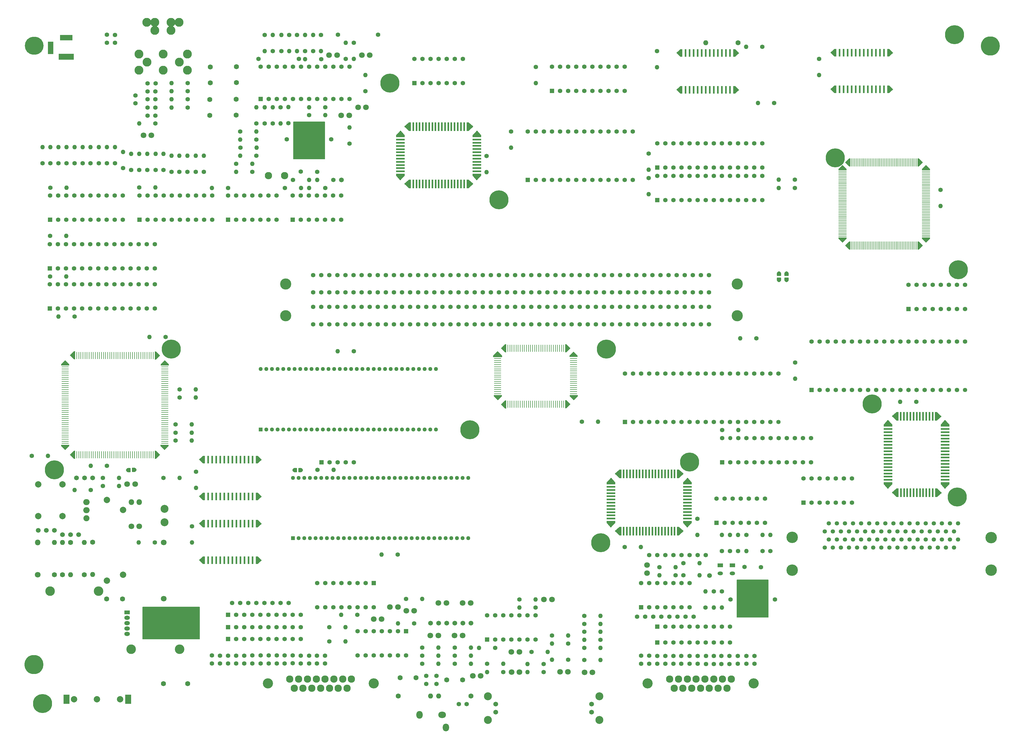
<source format=gts>
G04 #@! TF.GenerationSoftware,KiCad,Pcbnew,8.0.5*
G04 #@! TF.CreationDate,2025-05-06T19:50:55+10:00*
G04 #@! TF.ProjectId,NeoGeoAES3_5,4e656f47-656f-4414-9553-335f352e6b69,BF1.4*
G04 #@! TF.SameCoordinates,Original*
G04 #@! TF.FileFunction,Soldermask,Top*
G04 #@! TF.FilePolarity,Negative*
%FSLAX46Y46*%
G04 Gerber Fmt 4.6, Leading zero omitted, Abs format (unit mm)*
G04 Created by KiCad (PCBNEW 8.0.5) date 2025-05-06 19:50:55*
%MOMM*%
%LPD*%
G01*
G04 APERTURE LIST*
G04 Aperture macros list*
%AMFreePoly0*
4,1,32,0.659509,0.653079,0.695557,0.638147,0.723147,0.610557,0.738079,0.574509,0.740000,0.555000,0.740000,-0.555000,0.738079,-0.574509,0.723147,-0.610557,0.695557,-0.638147,0.659509,-0.653079,0.640000,-0.655000,0.000000,-0.655000,-0.019509,-0.653079,-0.026401,-0.650224,-0.078952,-0.650224,-0.232266,-0.612436,-0.372082,-0.539054,-0.490275,-0.434345,-0.579974,-0.304394,-0.635967,-0.156752,
-0.655000,0.000000,-0.635967,0.156752,-0.579974,0.304394,-0.490275,0.434345,-0.372082,0.539054,-0.232266,0.612436,-0.078952,0.650224,-0.026401,0.650224,-0.019509,0.653079,0.000000,0.655000,0.640000,0.655000,0.659509,0.653079,0.659509,0.653079,$1*%
%AMFreePoly1*
4,1,15,0.015923,1.446025,0.016652,1.445308,1.271606,0.187012,1.286204,0.151638,1.282612,0.143000,1.285750,0.143000,1.285750,-0.143000,-1.285750,-0.143000,-1.285750,0.143000,-1.284830,0.143000,-1.285817,0.145367,-1.271842,0.180166,-0.054775,1.444673,-0.019706,1.459991,0.015923,1.446025,0.015923,1.446025,$1*%
%AMFreePoly2*
4,1,29,0.024088,1.571714,0.059717,1.557748,0.100069,1.531579,0.100798,1.530862,0.101618,1.530048,1.356572,0.271752,1.382532,0.232788,1.397130,0.197414,1.400197,0.168526,1.405750,0.143000,1.405750,-0.143000,1.386700,-0.207877,1.335600,-0.252156,1.285750,-0.263000,-1.285750,-0.263000,-1.350627,-0.243950,-1.394906,-0.192850,-1.405750,-0.143000,-1.405750,0.143000,-1.402576,0.153806,
-1.403960,0.166394,-1.397173,0.190087,-1.383198,0.224886,-1.358301,0.263381,-0.141234,1.527888,-0.102808,1.554640,-0.067739,1.569958,-0.000661,1.578470,0.024088,1.571714,0.024088,1.571714,$1*%
%AMFreePoly3*
4,1,14,1.215375,-0.282999,1.215110,-0.282999,1.215147,-0.310774,1.192453,-0.348924,0.052453,-1.547298,-0.001897,-1.576722,-0.063161,-1.568580,-0.093585,-1.546088,-1.193585,-0.350713,-1.219333,-0.294529,-1.215375,-0.274862,-1.215375,0.282999,1.215375,0.282999,1.215375,-0.282999,1.215375,-0.282999,$1*%
%AMFreePoly4*
4,1,15,1.390750,-0.283000,1.385106,-0.283000,1.385106,-0.313902,1.362657,-0.351709,0.022657,-1.768709,-0.031605,-1.798294,-0.092894,-1.790333,-0.125254,-1.765854,-1.365254,-0.348854,-1.389590,-0.292044,-1.387533,-0.283000,-1.390750,-0.283000,-1.390750,0.283000,1.390750,0.283000,1.390750,-0.283000,1.390750,-0.283000,$1*%
%AMFreePoly5*
4,1,18,-0.011263,1.812192,0.023136,1.788199,1.363136,0.351199,1.375475,0.324736,1.388751,0.298754,1.388458,0.296894,1.389255,0.295186,1.386886,0.283000,1.390750,0.283000,1.390750,-0.283000,-1.390750,-0.283000,-1.390750,0.283000,-1.385106,0.283000,-1.385106,0.313902,-1.365710,0.348330,-0.125710,1.785330,-0.072850,1.817354,-0.011263,1.812192,-0.011263,1.812192,$1*%
G04 Aperture macros list end*
%ADD10C,0.150000*%
%ADD11C,1.400000*%
%ADD12O,1.400000X1.400000*%
%ADD13R,1.400000X1.400000*%
%ADD14C,3.000000*%
%ADD15C,1.600000*%
%ADD16O,1.600000X1.600000*%
%ADD17C,1.500000*%
%ADD18FreePoly0,180.000000*%
%ADD19FreePoly0,0.000000*%
%ADD20C,6.000000*%
%ADD21C,1.800000*%
%ADD22C,1.350000*%
%ADD23C,2.000000*%
%ADD24R,1.875396X2.889996*%
%ADD25FreePoly0,90.000000*%
%ADD26FreePoly0,270.000000*%
%ADD27O,5.900000X5.600000*%
%ADD28C,3.600000*%
%ADD29C,1.348000*%
%ADD30FreePoly1,270.000000*%
%ADD31R,0.286000X2.571500*%
%ADD32FreePoly1,90.000000*%
%ADD33FreePoly1,0.000000*%
%ADD34R,2.571500X0.286000*%
%ADD35FreePoly1,180.000000*%
%ADD36C,3.200000*%
%ADD37C,2.300000*%
%ADD38O,1.800000X1.800000*%
%ADD39O,6.000000X6.000000*%
%ADD40R,0.286000X2.280000*%
%ADD41FreePoly2,0.000000*%
%ADD42R,2.280000X0.286000*%
%ADD43C,3.500000*%
%ADD44R,4.820000X1.840000*%
%ADD45R,4.000000X1.800000*%
%ADD46R,1.800000X4.000000*%
%ADD47FreePoly3,270.000000*%
%ADD48R,0.565998X2.430750*%
%ADD49FreePoly3,90.000000*%
%ADD50C,1.905000*%
%ADD51O,2.000000X1.905000*%
%ADD52C,2.500000*%
%ADD53FreePoly4,0.000000*%
%ADD54R,2.781500X0.566000*%
%ADD55FreePoly5,0.000000*%
%ADD56FreePoly4,90.000000*%
%ADD57R,0.566000X2.781500*%
%ADD58FreePoly4,270.000000*%
%ADD59O,2.000000X2.400000*%
%ADD60O,2.400000X2.000000*%
%ADD61R,1.700000X1.200000*%
%ADD62O,1.700000X1.200000*%
%ADD63R,1.300000X1.300000*%
%ADD64O,1.300000X1.300000*%
%ADD65C,1.320000*%
%ADD66FreePoly5,270.000000*%
%ADD67FreePoly4,180.000000*%
%ADD68R,1.800000X1.275000*%
%ADD69O,1.800000X1.275000*%
%ADD70C,2.800000*%
G04 APERTURE END LIST*
D10*
X75320000Y-220620000D02*
X93200000Y-220620000D01*
X93200000Y-230730000D01*
X75320000Y-230730000D01*
X75320000Y-220620000D01*
G36*
X75320000Y-220620000D02*
G01*
X93200000Y-220620000D01*
X93200000Y-230730000D01*
X75320000Y-230730000D01*
X75320000Y-220620000D01*
G37*
X122780000Y-67870000D02*
X132570000Y-67870000D01*
X132570000Y-79570000D01*
X122780000Y-79570000D01*
X122780000Y-67870000D01*
G36*
X122780000Y-67870000D02*
G01*
X132570000Y-67870000D01*
X132570000Y-79570000D01*
X122780000Y-79570000D01*
X122780000Y-67870000D01*
G37*
X262250500Y-212120600D02*
X272029500Y-212120600D01*
X272029500Y-223830000D01*
X262250500Y-223830000D01*
X262250500Y-212120600D01*
G36*
X262250500Y-212120600D02*
G01*
X272029500Y-212120600D01*
X272029500Y-223830000D01*
X262250500Y-223830000D01*
X262250500Y-212120600D01*
G37*
D11*
G04 #@! TO.C,R56*
X139200000Y-48127500D03*
D12*
X139200000Y-43047500D03*
G04 #@! TD*
D11*
G04 #@! TO.C,R55*
X131447500Y-48140000D03*
D12*
X126367500Y-48140000D03*
G04 #@! TD*
D11*
G04 #@! TO.C,R302*
X198887500Y-220780000D03*
D12*
X193807500Y-220780000D03*
G04 #@! TD*
D11*
G04 #@! TO.C,R13*
X64130000Y-80970000D03*
D12*
X64130000Y-75890000D03*
G04 #@! TD*
D11*
G04 #@! TO.C,C124*
X92137500Y-178090000D03*
D12*
X92137500Y-183170000D03*
G04 #@! TD*
D13*
G04 #@! TO.C,CR2*
X237190000Y-231850000D03*
D11*
X239730000Y-231850000D03*
X242270000Y-231850000D03*
X244810000Y-231850000D03*
X247350000Y-231850000D03*
X249890000Y-231850000D03*
X252430000Y-231850000D03*
X254970000Y-231850000D03*
X257510000Y-231850000D03*
X260050000Y-231850000D03*
G04 #@! TD*
G04 #@! TO.C,R32*
X158122500Y-218140000D03*
D12*
X163202500Y-218140000D03*
G04 #@! TD*
D11*
G04 #@! TO.C,R45*
X197652500Y-234770000D03*
D12*
X202732500Y-234770000D03*
G04 #@! TD*
D13*
G04 #@! TO.C,U19*
X237140000Y-82280000D03*
D11*
X239680000Y-82280000D03*
X242220000Y-82280000D03*
X244760000Y-82280000D03*
X247300000Y-82280000D03*
X249840000Y-82280000D03*
X252380000Y-82280000D03*
X254920000Y-82280000D03*
X257460000Y-82280000D03*
X260000000Y-82280000D03*
X262540000Y-82280000D03*
X265080000Y-82280000D03*
X267620000Y-82280000D03*
X270160000Y-82280000D03*
X270160000Y-74660000D03*
X267620000Y-74660000D03*
X265080000Y-74660000D03*
X262540000Y-74660000D03*
X260000000Y-74660000D03*
X257460000Y-74660000D03*
X254920000Y-74660000D03*
X252380000Y-74660000D03*
X249840000Y-74660000D03*
X247300000Y-74660000D03*
X244760000Y-74660000D03*
X242220000Y-74660000D03*
X239680000Y-74660000D03*
X237140000Y-74660000D03*
G04 #@! TD*
G04 #@! TO.C,BF27*
X267742500Y-238515000D03*
X267742500Y-236015000D03*
G04 #@! TD*
G04 #@! TO.C,R30*
X268317500Y-136050000D03*
D12*
X263237500Y-136050000D03*
G04 #@! TD*
D11*
G04 #@! TO.C,R53*
X141690000Y-43050000D03*
D12*
X141690000Y-48130000D03*
G04 #@! TD*
D14*
G04 #@! TO.C,D1*
X61510000Y-215620000D03*
X46270000Y-215620000D03*
G04 #@! TD*
D15*
G04 #@! TO.C,R79*
X52650000Y-200310000D03*
D16*
X52650000Y-210470000D03*
G04 #@! TD*
D11*
G04 #@! TO.C,R402*
X163260000Y-235980000D03*
D12*
X168340000Y-235980000D03*
G04 #@! TD*
D17*
G04 #@! TO.C,Q11*
X50130000Y-197850000D03*
X52670000Y-197850000D03*
X55210000Y-197850000D03*
G04 #@! TD*
D18*
G04 #@! TO.C,J2*
X72710000Y-177500000D03*
D19*
X70740000Y-177505000D03*
G04 #@! TD*
D20*
G04 #@! TO.C,H13*
X43815000Y-251053600D03*
G04 #@! TD*
D11*
G04 #@! TO.C,R401*
X163260000Y-238540000D03*
D12*
X168340000Y-238540000D03*
G04 #@! TD*
D13*
G04 #@! TO.C,U9*
X74305000Y-98750000D03*
D11*
X76845000Y-98750000D03*
X79385000Y-98750000D03*
X81925000Y-98750000D03*
X84465000Y-98750000D03*
X87005000Y-98750000D03*
X89545000Y-98750000D03*
X92085000Y-98750000D03*
X94625000Y-98750000D03*
X97165000Y-98750000D03*
X97165000Y-91130000D03*
X94625000Y-91130000D03*
X92085000Y-91130000D03*
X89545000Y-91130000D03*
X87005000Y-91130000D03*
X84465000Y-91130000D03*
X81925000Y-91130000D03*
X79385000Y-91130000D03*
X76845000Y-91130000D03*
X74305000Y-91130000D03*
G04 #@! TD*
G04 #@! TO.C,C44*
X59029600Y-183788300D03*
D12*
X53949600Y-183788300D03*
G04 #@! TD*
D17*
G04 #@! TO.C,U14*
X54490000Y-179980000D03*
X59570000Y-179980000D03*
X57030000Y-179980000D03*
G04 #@! TD*
D21*
G04 #@! TO.C,C2*
X153080000Y-220660000D03*
X155580000Y-220660000D03*
G04 #@! TD*
D11*
G04 #@! TO.C,BF53*
X79350000Y-60770000D03*
X76850000Y-60770000D03*
G04 #@! TD*
D13*
G04 #@! TO.C,U36*
X285655000Y-152295000D03*
D11*
X288195000Y-152295000D03*
X290735000Y-152295000D03*
X293275000Y-152295000D03*
X295815000Y-152295000D03*
X298355000Y-152295000D03*
X300895000Y-152295000D03*
X303435000Y-152295000D03*
X305975000Y-152295000D03*
X308515000Y-152295000D03*
X311055000Y-152295000D03*
X313595000Y-152295000D03*
X316135000Y-152295000D03*
X318675000Y-152295000D03*
X321215000Y-152295000D03*
X323755000Y-152295000D03*
X326295000Y-152295000D03*
X328835000Y-152295000D03*
X331375000Y-152295000D03*
D22*
X333915000Y-152295000D03*
D11*
X333915000Y-137055000D03*
X331375000Y-137055000D03*
X328835000Y-137055000D03*
X326295000Y-137055000D03*
X323755000Y-137055000D03*
X321215000Y-137055000D03*
X318675000Y-137055000D03*
X316135000Y-137055000D03*
X313595000Y-137055000D03*
X311055000Y-137055000D03*
X308515000Y-137055000D03*
X305975000Y-137055000D03*
X303435000Y-137055000D03*
X300895000Y-137055000D03*
X298355000Y-137055000D03*
X295815000Y-137055000D03*
X293275000Y-137055000D03*
X290735000Y-137055000D03*
X288195000Y-137055000D03*
X285655000Y-137055000D03*
G04 #@! TD*
G04 #@! TO.C,R12*
X76820000Y-83020000D03*
D12*
X76820000Y-77940000D03*
G04 #@! TD*
D11*
G04 #@! TO.C,R42*
X209110000Y-232190000D03*
D12*
X204030000Y-232190000D03*
G04 #@! TD*
D11*
G04 #@! TO.C,R14*
X61530000Y-80970000D03*
D12*
X61530000Y-75890000D03*
G04 #@! TD*
D11*
G04 #@! TO.C,R49*
X188750000Y-241120000D03*
D12*
X183670000Y-241120000D03*
G04 #@! TD*
D11*
G04 #@! TO.C,R20*
X66630000Y-80970000D03*
D12*
X66630000Y-75890000D03*
G04 #@! TD*
D21*
G04 #@! TO.C,C113*
X147990000Y-224410000D03*
X150490000Y-224410000D03*
G04 #@! TD*
D11*
G04 #@! TO.C,R36*
X214230000Y-223400000D03*
D12*
X219310000Y-223400000D03*
G04 #@! TD*
D13*
G04 #@! TO.C,U38*
X283090000Y-187790000D03*
D11*
X285630000Y-187790000D03*
X288170000Y-187790000D03*
X290710000Y-187790000D03*
X293250000Y-187790000D03*
X295790000Y-187790000D03*
X298330000Y-187790000D03*
X298330000Y-180170000D03*
X295790000Y-180170000D03*
X293250000Y-180170000D03*
X290710000Y-180170000D03*
X288170000Y-180170000D03*
X285630000Y-180170000D03*
X283090000Y-180170000D03*
G04 #@! TD*
G04 #@! TO.C,BF23*
X104707500Y-235925000D03*
X104707500Y-238425000D03*
G04 #@! TD*
D20*
G04 #@! TO.C,H5*
X331780000Y-114490000D03*
G04 #@! TD*
D11*
G04 #@! TO.C,C65*
X132740400Y-88747600D03*
D12*
X127660400Y-88747600D03*
G04 #@! TD*
D11*
G04 #@! TO.C,R46*
X201430000Y-241120000D03*
D12*
X196350000Y-241120000D03*
G04 #@! TD*
D13*
G04 #@! TO.C,U24*
X227020000Y-162400000D03*
D11*
X229560000Y-162400000D03*
X232100000Y-162400000D03*
X234640000Y-162400000D03*
X237180000Y-162400000D03*
X239720000Y-162400000D03*
X242260000Y-162400000D03*
X244800000Y-162400000D03*
X247340000Y-162400000D03*
X249880000Y-162400000D03*
X252420000Y-162400000D03*
X254960000Y-162400000D03*
X257500000Y-162400000D03*
X260040000Y-162400000D03*
X262580000Y-162400000D03*
X265120000Y-162400000D03*
X267660000Y-162400000D03*
X270200000Y-162400000D03*
X272740000Y-162400000D03*
D22*
X275280000Y-162400000D03*
D11*
X275280000Y-147160000D03*
X272740000Y-147160000D03*
X270200000Y-147160000D03*
X267660000Y-147160000D03*
X265120000Y-147160000D03*
X262580000Y-147160000D03*
X260040000Y-147160000D03*
X257500000Y-147160000D03*
X254960000Y-147160000D03*
X252420000Y-147160000D03*
X249880000Y-147160000D03*
X247340000Y-147160000D03*
X244800000Y-147160000D03*
X242260000Y-147160000D03*
X239720000Y-147160000D03*
X237180000Y-147160000D03*
X234640000Y-147160000D03*
X232100000Y-147160000D03*
X229560000Y-147160000D03*
X227020000Y-147160000D03*
G04 #@! TD*
D17*
G04 #@! TO.C,Q102*
X173520000Y-225732500D03*
X176060000Y-225732500D03*
X178600000Y-225732500D03*
G04 #@! TD*
D13*
G04 #@! TO.C,U7*
X46150000Y-114010000D03*
D11*
X48690000Y-114010000D03*
X51230000Y-114010000D03*
X53770000Y-114010000D03*
X56310000Y-114010000D03*
X58850000Y-114010000D03*
X61390000Y-114010000D03*
X63930000Y-114010000D03*
X66470000Y-114010000D03*
X69010000Y-114010000D03*
X71550000Y-114010000D03*
X74090000Y-114010000D03*
X76630000Y-114010000D03*
X79170000Y-114010000D03*
X79170000Y-106390000D03*
X76630000Y-106390000D03*
X74090000Y-106390000D03*
X71550000Y-106390000D03*
X69010000Y-106390000D03*
X66470000Y-106390000D03*
X63930000Y-106390000D03*
X61390000Y-106390000D03*
X58850000Y-106390000D03*
X56310000Y-106390000D03*
X53770000Y-106390000D03*
X51230000Y-106390000D03*
X48690000Y-106390000D03*
X46150000Y-106390000D03*
G04 #@! TD*
D13*
G04 #@! TO.C,U15*
X204060000Y-58160000D03*
D11*
X206600000Y-58160000D03*
X209140000Y-58160000D03*
X211680000Y-58160000D03*
X214220000Y-58160000D03*
X216760000Y-58160000D03*
X219300000Y-58160000D03*
X221840000Y-58160000D03*
X224380000Y-58160000D03*
X226920000Y-58160000D03*
X226920000Y-50540000D03*
X224380000Y-50540000D03*
X221840000Y-50540000D03*
X219300000Y-50540000D03*
X216760000Y-50540000D03*
X214220000Y-50540000D03*
X211680000Y-50540000D03*
X209140000Y-50540000D03*
X206600000Y-50540000D03*
X204060000Y-50540000D03*
G04 #@! TD*
G04 #@! TO.C,BF31*
X64090000Y-43010000D03*
X64090000Y-40510000D03*
G04 #@! TD*
D23*
G04 #@! TO.C,SW2*
X53750000Y-249650000D03*
X61000000Y-249650000D03*
X68260000Y-249640000D03*
D24*
X51420000Y-249650000D03*
X70820000Y-249640000D03*
G04 #@! TD*
D25*
G04 #@! TO.C,JP4*
X275425000Y-117660000D03*
D26*
X275420000Y-115690000D03*
G04 #@! TD*
D11*
G04 #@! TO.C,BF11*
X114950000Y-235900000D03*
X114950000Y-238400000D03*
G04 #@! TD*
G04 #@! TO.C,C50*
X262572500Y-203030000D03*
D12*
X262572500Y-197950000D03*
G04 #@! TD*
D20*
G04 #@! TO.C,H9*
X247310000Y-175030000D03*
G04 #@! TD*
D27*
G04 #@! TO.C,H16*
X41198800Y-43967400D03*
G04 #@! TD*
D21*
G04 #@! TO.C,C8*
X173420000Y-229650000D03*
X175920000Y-229650000D03*
G04 #@! TD*
D11*
G04 #@! TO.C,R74*
X242900200Y-210642200D03*
D12*
X237820200Y-210642200D03*
G04 #@! TD*
D28*
G04 #@! TO.C,CN6*
X279600000Y-209010000D03*
X279610000Y-198750000D03*
X342130000Y-198760000D03*
X342130000Y-209030000D03*
D29*
X289820000Y-196880000D03*
X291090000Y-194340000D03*
X292360000Y-196880000D03*
X293630000Y-194340000D03*
X294900000Y-196880000D03*
X296170000Y-194340000D03*
X297440000Y-196880000D03*
X298710000Y-194340000D03*
X299980000Y-196880000D03*
X301250000Y-194340000D03*
X302520000Y-196880000D03*
X303790000Y-194340000D03*
X305060000Y-196880000D03*
X306330000Y-194340000D03*
X307600000Y-196880000D03*
X308870000Y-194340000D03*
X310140000Y-196880000D03*
X311410000Y-194340000D03*
X312680000Y-196880000D03*
X313950000Y-194340000D03*
X315220000Y-196880000D03*
X316490000Y-194340000D03*
X317760000Y-196880000D03*
X319030000Y-194340000D03*
X320300000Y-196880000D03*
X321570000Y-194340000D03*
X322840000Y-196880000D03*
X324110000Y-194340000D03*
X325380000Y-196880000D03*
X326650000Y-194340000D03*
X327920000Y-196880000D03*
X329190000Y-194340000D03*
X330460000Y-196880000D03*
X331730000Y-194340000D03*
X289820000Y-201960000D03*
X291090000Y-199420000D03*
X292360000Y-201960000D03*
X293630000Y-199420000D03*
X294900000Y-201960000D03*
X296170000Y-199420000D03*
X297440000Y-201960000D03*
X298710000Y-199420000D03*
X299980000Y-201960000D03*
X301250000Y-199420000D03*
X302520000Y-201960000D03*
X303790000Y-199420000D03*
X305060000Y-201960000D03*
X306330000Y-199420000D03*
X307600000Y-201960000D03*
X308870000Y-199420000D03*
X310140000Y-201960000D03*
X311410000Y-199420000D03*
X312680000Y-201960000D03*
X313950000Y-199420000D03*
X315220000Y-201960000D03*
X316490000Y-199420000D03*
X317760000Y-201960000D03*
X319030000Y-199420000D03*
X320300000Y-201960000D03*
X321570000Y-199420000D03*
X322840000Y-201960000D03*
X324110000Y-199420000D03*
X325380000Y-201960000D03*
X326650000Y-199420000D03*
X327920000Y-201960000D03*
X329190000Y-199420000D03*
X330460000Y-201960000D03*
X331730000Y-199420000D03*
G04 #@! TD*
D13*
G04 #@! TO.C,U12*
X232080000Y-220730000D03*
D11*
X234620000Y-220730000D03*
X237160000Y-220730000D03*
X239700000Y-220730000D03*
X242240000Y-220730000D03*
X244780000Y-220730000D03*
X247320000Y-220730000D03*
X247320000Y-213110000D03*
X244780000Y-213110000D03*
X242240000Y-213110000D03*
X239700000Y-213110000D03*
X237160000Y-213110000D03*
X234620000Y-213110000D03*
X232080000Y-213110000D03*
G04 #@! TD*
G04 #@! TO.C,C116*
X237100000Y-45620000D03*
D12*
X237100000Y-50700000D03*
G04 #@! TD*
D11*
G04 #@! TO.C,C58*
X86950000Y-154652500D03*
D12*
X92030000Y-154652500D03*
G04 #@! TD*
D20*
G04 #@! TO.C,H7*
X304680000Y-156750000D03*
G04 #@! TD*
D13*
G04 #@! TO.C,CR4*
X102200000Y-227000000D03*
D11*
X104740000Y-227000000D03*
X107280000Y-227000000D03*
X109820000Y-227000000D03*
X112360000Y-227000000D03*
X114900000Y-227000000D03*
X117440000Y-227000000D03*
X119980000Y-227000000D03*
X122520000Y-227000000D03*
X125060000Y-227000000D03*
G04 #@! TD*
D13*
G04 #@! TO.C,U29*
X183610000Y-230860000D03*
D11*
X186150000Y-230860000D03*
X188690000Y-230860000D03*
X191230000Y-230860000D03*
X193770000Y-230860000D03*
X196310000Y-230860000D03*
X198850000Y-230860000D03*
X198850000Y-223240000D03*
X196310000Y-223240000D03*
X193770000Y-223240000D03*
X191230000Y-223240000D03*
X188690000Y-223240000D03*
X186150000Y-223240000D03*
X183610000Y-223240000D03*
G04 #@! TD*
G04 #@! TO.C,BF29*
X97130000Y-238410000D03*
X97130000Y-235910000D03*
G04 #@! TD*
D15*
G04 #@! TO.C,C37*
X104800000Y-50545000D03*
X104800000Y-55545000D03*
G04 #@! TD*
D11*
G04 #@! TO.C,R301*
X160660000Y-225830000D03*
D12*
X155580000Y-225830000D03*
G04 #@! TD*
D11*
G04 #@! TO.C,BF4*
X112397500Y-235905000D03*
X112397500Y-238405000D03*
G04 #@! TD*
D21*
G04 #@! TO.C,C301*
X158210000Y-221855000D03*
X160710000Y-221855000D03*
G04 #@! TD*
D11*
G04 #@! TO.C,U39*
X234594400Y-204260000D03*
X237134400Y-204260000D03*
X239674400Y-204260000D03*
X242214400Y-204260000D03*
X244754400Y-204260000D03*
X247294400Y-204260000D03*
X249834400Y-204260000D03*
X252374400Y-204260000D03*
G04 #@! TD*
D19*
G04 #@! TO.C,J1*
X123100000Y-177525000D03*
D18*
X125070000Y-177520000D03*
G04 #@! TD*
D11*
G04 #@! TO.C,C31*
X131410000Y-40520000D03*
D12*
X131410000Y-45600000D03*
G04 #@! TD*
D11*
G04 #@! TO.C,BF18*
X254900000Y-236060000D03*
X254900000Y-238560000D03*
G04 #@! TD*
D13*
G04 #@! TO.C,U16*
X196440000Y-86210000D03*
D11*
X198980000Y-86210000D03*
X201520000Y-86210000D03*
X204060000Y-86210000D03*
X206600000Y-86210000D03*
X209140000Y-86210000D03*
X211680000Y-86210000D03*
X214220000Y-86210000D03*
X216760000Y-86210000D03*
X219300000Y-86210000D03*
X221840000Y-86210000D03*
X224380000Y-86210000D03*
X226920000Y-86210000D03*
X229460000Y-86210000D03*
X229460000Y-70970000D03*
X226920000Y-70970000D03*
X224380000Y-70970000D03*
X221840000Y-70970000D03*
X219300000Y-70970000D03*
X216760000Y-70970000D03*
X214220000Y-70970000D03*
X211680000Y-70970000D03*
X209140000Y-70970000D03*
X206600000Y-70970000D03*
X204060000Y-70970000D03*
X201520000Y-70970000D03*
X198980000Y-70970000D03*
X196440000Y-70970000D03*
G04 #@! TD*
D15*
G04 #@! TO.C,R80*
X50120000Y-210440000D03*
D16*
X50120000Y-200280000D03*
G04 #@! TD*
D11*
G04 #@! TO.C,R75*
X140390000Y-74737500D03*
D12*
X140390000Y-69657500D03*
G04 #@! TD*
D11*
G04 #@! TO.C,C106*
X46200000Y-103762500D03*
D12*
X51280000Y-103762500D03*
G04 #@! TD*
D21*
G04 #@! TO.C,C11*
X179140000Y-242340000D03*
X181640000Y-242340000D03*
G04 #@! TD*
D13*
G04 #@! TO.C,U32*
X112430000Y-60710000D03*
D11*
X114970000Y-60710000D03*
X117510000Y-60710000D03*
X120050000Y-60710000D03*
X122590000Y-60710000D03*
X125130000Y-60710000D03*
X127670000Y-60710000D03*
X130210000Y-60710000D03*
X132750000Y-60710000D03*
X135290000Y-60710000D03*
X137830000Y-60710000D03*
X140370000Y-60710000D03*
X140370000Y-50550000D03*
X137830000Y-50550000D03*
X135290000Y-50550000D03*
X132750000Y-50550000D03*
X130210000Y-50550000D03*
X127670000Y-50550000D03*
X125130000Y-50550000D03*
X122590000Y-50550000D03*
X120050000Y-50550000D03*
X117510000Y-50550000D03*
X114970000Y-50550000D03*
X112430000Y-50550000D03*
G04 #@! TD*
D30*
G04 #@! TO.C,U21*
X319210000Y-80690000D03*
D31*
X318710000Y-80690000D03*
X318210000Y-80690000D03*
X317710000Y-80690000D03*
X317210000Y-80690000D03*
X316710000Y-80690000D03*
X316210000Y-80690000D03*
X315710000Y-80690000D03*
X315210000Y-80690000D03*
X314710000Y-80690000D03*
X314210000Y-80690000D03*
X313710000Y-80690000D03*
X313210000Y-80690000D03*
X312710000Y-80690000D03*
X312210000Y-80690000D03*
X311710000Y-80690000D03*
X311210000Y-80690000D03*
X310710000Y-80690000D03*
X310210000Y-80690000D03*
X309710000Y-80690000D03*
X309210000Y-80690000D03*
X308710000Y-80690000D03*
X308210000Y-80690000D03*
X307710000Y-80690000D03*
X307210000Y-80690000D03*
X306710000Y-80690000D03*
X306210000Y-80690000D03*
X305710000Y-80690000D03*
X305210000Y-80690000D03*
X304710000Y-80690000D03*
X304210000Y-80690000D03*
X303710000Y-80690000D03*
X303210000Y-80690000D03*
X302710000Y-80690000D03*
X302210000Y-80690000D03*
X301710000Y-80690000D03*
X301210000Y-80690000D03*
X300710000Y-80690000D03*
X300210000Y-80690000D03*
X299710000Y-80690000D03*
X299210000Y-80690000D03*
X298710000Y-80690000D03*
X298210000Y-80690000D03*
D32*
X297710000Y-80690000D03*
D33*
X295410000Y-83000000D03*
D34*
X295410000Y-83500000D03*
X295410000Y-84000000D03*
X295410000Y-84500000D03*
X295410000Y-85000000D03*
X295410000Y-85500000D03*
X295410000Y-86000000D03*
X295410000Y-86500000D03*
X295410000Y-87000000D03*
X295410000Y-87500000D03*
X295410000Y-88000000D03*
X295410000Y-88500000D03*
X295410000Y-89000000D03*
X295410000Y-89500000D03*
X295410000Y-90000000D03*
X295410000Y-90500000D03*
X295410000Y-91000000D03*
X295410000Y-91500000D03*
X295410000Y-92000000D03*
X295410000Y-92500000D03*
X295410000Y-93000000D03*
X295410000Y-93500000D03*
X295410000Y-94000000D03*
X295410000Y-94500000D03*
X295410000Y-95000000D03*
X295410000Y-95500000D03*
X295410000Y-96000000D03*
X295410000Y-96500000D03*
X295410000Y-97000000D03*
X295410000Y-97500000D03*
X295410000Y-98000000D03*
X295410000Y-98500000D03*
X295410000Y-99000000D03*
X295410000Y-99500000D03*
X295410000Y-100000000D03*
X295410000Y-100500000D03*
X295410000Y-101000000D03*
X295410000Y-101500000D03*
X295410000Y-102000000D03*
X295410000Y-102500000D03*
X295410000Y-103000000D03*
X295410000Y-103500000D03*
X295410000Y-104000000D03*
D35*
X295410000Y-104500000D03*
D32*
X297710000Y-106870000D03*
D31*
X298210000Y-106870000D03*
X298710000Y-106870000D03*
X299210000Y-106870000D03*
X299710000Y-106870000D03*
X300210000Y-106870000D03*
X300710000Y-106870000D03*
X301210000Y-106870000D03*
X301710000Y-106870000D03*
X302210000Y-106870000D03*
X302710000Y-106870000D03*
X303210000Y-106870000D03*
X303710000Y-106870000D03*
X304210000Y-106870000D03*
X304710000Y-106870000D03*
X305210000Y-106870000D03*
X305710000Y-106870000D03*
X306210000Y-106870000D03*
X306710000Y-106870000D03*
X307210000Y-106870000D03*
X307710000Y-106870000D03*
X308210000Y-106870000D03*
X308710000Y-106870000D03*
X309210000Y-106870000D03*
X309710000Y-106870000D03*
X310210000Y-106870000D03*
X310710000Y-106870000D03*
X311210000Y-106870000D03*
X311710000Y-106870000D03*
X312210000Y-106870000D03*
X312710000Y-106870000D03*
X313210000Y-106870000D03*
X313710000Y-106870000D03*
X314210000Y-106870000D03*
X314710000Y-106870000D03*
X315210000Y-106870000D03*
X315710000Y-106870000D03*
X316210000Y-106870000D03*
X316710000Y-106870000D03*
X317210000Y-106870000D03*
X317710000Y-106870000D03*
X318210000Y-106870000D03*
X318710000Y-106870000D03*
D30*
X319210000Y-106870000D03*
D35*
X321640000Y-104510000D03*
D34*
X321640000Y-104010000D03*
X321640000Y-103510000D03*
X321640000Y-103010000D03*
X321640000Y-102510000D03*
X321640000Y-102010000D03*
X321640000Y-101510000D03*
X321640000Y-101010000D03*
X321640000Y-100510000D03*
X321640000Y-100010000D03*
X321640000Y-99510000D03*
X321640000Y-99010000D03*
X321640000Y-98510000D03*
X321640000Y-98010000D03*
X321640000Y-97510000D03*
X321640000Y-97010000D03*
X321640000Y-96510000D03*
X321640000Y-96010000D03*
X321640000Y-95510000D03*
X321640000Y-95010000D03*
X321640000Y-94510000D03*
X321640000Y-94010000D03*
X321640000Y-93510000D03*
X321640000Y-93010000D03*
X321640000Y-92510000D03*
X321640000Y-92010000D03*
X321640000Y-91510000D03*
X321640000Y-91010000D03*
X321640000Y-90510000D03*
X321640000Y-90010000D03*
X321640000Y-89510000D03*
X321640000Y-89010000D03*
X321640000Y-88510000D03*
X321640000Y-88010000D03*
X321640000Y-87510000D03*
X321640000Y-87010000D03*
X321640000Y-86510000D03*
X321640000Y-86010000D03*
X321640000Y-85510000D03*
X321640000Y-85010000D03*
X321640000Y-84510000D03*
X321640000Y-84010000D03*
X321640000Y-83510000D03*
D33*
X321640000Y-83010000D03*
G04 #@! TD*
D11*
G04 #@! TO.C,BF302*
X167750000Y-242341400D03*
X167750000Y-244841400D03*
G04 #@! TD*
G04 #@! TO.C,C102*
X191207500Y-70990000D03*
D12*
X191207500Y-76070000D03*
G04 #@! TD*
D36*
G04 #@! TO.C,CN2*
X234130000Y-244712000D03*
X267430000Y-244712000D03*
D37*
X260450000Y-243332000D03*
X257680000Y-243332000D03*
X254910000Y-243332000D03*
X252140000Y-243332000D03*
X249370000Y-243332000D03*
X246600000Y-243332000D03*
X243830000Y-243332000D03*
X241060000Y-243332000D03*
X259065000Y-246172000D03*
X256295000Y-246172000D03*
X253525000Y-246172000D03*
X250755000Y-246172000D03*
X247985000Y-246172000D03*
X245215000Y-246172000D03*
X242445000Y-246172000D03*
G04 #@! TD*
D11*
G04 #@! TO.C,BF24*
X239667500Y-236015000D03*
X239667500Y-238515000D03*
G04 #@! TD*
G04 #@! TO.C,R5*
X69150000Y-82437500D03*
D12*
X69150000Y-77357500D03*
G04 #@! TD*
D11*
G04 #@! TO.C,BF21*
X99647500Y-235925000D03*
X99647500Y-238425000D03*
G04 #@! TD*
D21*
G04 #@! TO.C,D11*
X71755000Y-195224400D03*
D38*
X71755000Y-187604400D03*
G04 #@! TD*
D11*
G04 #@! TO.C,R21*
X92000000Y-83627500D03*
D12*
X92000000Y-78547500D03*
G04 #@! TD*
D23*
G04 #@! TO.C,R83*
X69180000Y-190110000D03*
X69210000Y-210440000D03*
G04 #@! TD*
D39*
G04 #@! TO.C,H17*
X341853800Y-44018200D03*
G04 #@! TD*
D11*
G04 #@! TO.C,C104*
X64080000Y-176207500D03*
D12*
X59000000Y-176207500D03*
G04 #@! TD*
D11*
G04 #@! TO.C,R62*
X89527500Y-63380000D03*
D12*
X84447500Y-63380000D03*
G04 #@! TD*
D21*
G04 #@! TO.C,C7*
X165780000Y-229650000D03*
X168280000Y-229650000D03*
G04 #@! TD*
D11*
G04 #@! TO.C,R68*
X245351300Y-210667600D03*
D12*
X250431300Y-210667600D03*
G04 #@! TD*
D11*
G04 #@! TO.C,C114*
X155560000Y-204137500D03*
D12*
X150480000Y-204137500D03*
G04 #@! TD*
D21*
G04 #@! TO.C,C25*
X206580000Y-241070000D03*
X209080000Y-241070000D03*
G04 #@! TD*
D30*
G04 #@! TO.C,U4*
X208360000Y-139170000D03*
D40*
X207710000Y-139180000D03*
X207060000Y-139180000D03*
X206410000Y-139180000D03*
X205760000Y-139180000D03*
X205110000Y-139180000D03*
X204460000Y-139180000D03*
X203810000Y-139180000D03*
X203160000Y-139180000D03*
X202510000Y-139180000D03*
X201860000Y-139180000D03*
X201210000Y-139180000D03*
X200560000Y-139180000D03*
X199910000Y-139180000D03*
X199260000Y-139180000D03*
X198610000Y-139180000D03*
X197960000Y-139180000D03*
X197310000Y-139180000D03*
X196660000Y-139180000D03*
X196010000Y-139180000D03*
X195360000Y-139180000D03*
X194710000Y-139180000D03*
X194060000Y-139180000D03*
X193410000Y-139180000D03*
X192760000Y-139180000D03*
X192110000Y-139180000D03*
X191460000Y-139180000D03*
X190810000Y-139180000D03*
X190160000Y-139180000D03*
D32*
X189510000Y-139220000D03*
D41*
X186930000Y-141770000D03*
D42*
X186950000Y-142420000D03*
X186950000Y-143070000D03*
X186950000Y-143720000D03*
X186950000Y-144370000D03*
X186950000Y-145020000D03*
X186950000Y-145670000D03*
X186950000Y-146320000D03*
X186950000Y-146970000D03*
X186950000Y-147620000D03*
X186950000Y-148270000D03*
X186950000Y-148920000D03*
X186950000Y-149570000D03*
X186950000Y-150220000D03*
X186950000Y-150870000D03*
X186950000Y-151520000D03*
X186950000Y-152170000D03*
X186950000Y-152820000D03*
X186950000Y-153470000D03*
D35*
X186990000Y-154120000D03*
D32*
X189510000Y-156870000D03*
D40*
X190160000Y-156830000D03*
X190810000Y-156830000D03*
X191460000Y-156830000D03*
X192110000Y-156830000D03*
X192760000Y-156830000D03*
X193410000Y-156830000D03*
X194060000Y-156830000D03*
X194710000Y-156830000D03*
X195360000Y-156830000D03*
X196010000Y-156830000D03*
X196660000Y-156830000D03*
X197310000Y-156830000D03*
X197960000Y-156830000D03*
X198610000Y-156830000D03*
X199260000Y-156830000D03*
X199910000Y-156830000D03*
X200560000Y-156830000D03*
X201210000Y-156830000D03*
X201860000Y-156830000D03*
X202510000Y-156830000D03*
X203160000Y-156830000D03*
X203810000Y-156830000D03*
X204460000Y-156830000D03*
X205110000Y-156830000D03*
X205760000Y-156830000D03*
X206410000Y-156830000D03*
X207060000Y-156830000D03*
X207710000Y-156830000D03*
D30*
X208360000Y-156820000D03*
D35*
X210880000Y-154120000D03*
D42*
X210840000Y-153470000D03*
X210840000Y-152820000D03*
X210840000Y-152170000D03*
X210840000Y-151520000D03*
X210840000Y-150870000D03*
X210840000Y-150220000D03*
X210840000Y-149570000D03*
X210840000Y-148920000D03*
X210840000Y-148270000D03*
X210840000Y-147620000D03*
X210840000Y-146970000D03*
X210840000Y-146320000D03*
X210840000Y-145670000D03*
X210840000Y-145020000D03*
X210840000Y-144370000D03*
X210840000Y-143720000D03*
X210840000Y-143070000D03*
X210840000Y-142420000D03*
D33*
X210820000Y-141770000D03*
G04 #@! TD*
D11*
G04 #@! TO.C,BF8*
X130110000Y-235960000D03*
X130110000Y-238460000D03*
G04 #@! TD*
D15*
G04 #@! TO.C,R81*
X59600000Y-200240000D03*
D16*
X59600000Y-210400000D03*
G04 #@! TD*
D11*
G04 #@! TO.C,PAL1*
X273880000Y-61960000D03*
D12*
X268800000Y-61960000D03*
G04 #@! TD*
D11*
G04 #@! TO.C,C22*
X214190000Y-237332500D03*
D12*
X219270000Y-237332500D03*
G04 #@! TD*
D11*
G04 #@! TO.C,C64*
X257452500Y-203022200D03*
D12*
X257452500Y-197942200D03*
G04 #@! TD*
D20*
G04 #@! TO.C,H6*
X221150000Y-139460000D03*
G04 #@! TD*
D11*
G04 #@! TO.C,C53*
X270230000Y-203070000D03*
D12*
X270230000Y-197990000D03*
G04 #@! TD*
D11*
G04 #@! TO.C,R71*
X245351300Y-206883000D03*
D12*
X250431300Y-206883000D03*
G04 #@! TD*
D21*
G04 #@! TO.C,C6*
X175960000Y-219390000D03*
X178460000Y-219390000D03*
G04 #@! TD*
D11*
G04 #@! TO.C,R9*
X86910000Y-83627500D03*
D12*
X86910000Y-78547500D03*
G04 #@! TD*
D11*
G04 #@! TO.C,BF2*
X262497500Y-236045000D03*
X262497500Y-238545000D03*
G04 #@! TD*
G04 #@! TO.C,C201*
X249767500Y-192890000D03*
D12*
X249767500Y-197970000D03*
G04 #@! TD*
D21*
G04 #@! TO.C,C35*
X137790000Y-65880000D03*
X140290000Y-65880000D03*
G04 #@! TD*
D13*
G04 #@! TO.C,U11*
X102225000Y-98750000D03*
D11*
X104765000Y-98750000D03*
X107305000Y-98750000D03*
X109845000Y-98750000D03*
X112385000Y-98750000D03*
X114925000Y-98750000D03*
X117465000Y-98750000D03*
X117465000Y-91130000D03*
X114925000Y-91130000D03*
X112385000Y-91130000D03*
X109845000Y-91130000D03*
X107305000Y-91130000D03*
X104765000Y-91130000D03*
X102225000Y-91130000D03*
G04 #@! TD*
G04 #@! TO.C,R57*
X79337500Y-68380000D03*
D12*
X74257500Y-68380000D03*
G04 #@! TD*
D21*
G04 #@! TO.C,L3*
X81920000Y-218040000D03*
X81920366Y-200300000D03*
G04 #@! TD*
D11*
G04 #@! TO.C,R48*
X183667400Y-238540000D03*
D12*
X188747400Y-238540000D03*
G04 #@! TD*
D11*
G04 #@! TO.C,R3*
X53940000Y-80970000D03*
D12*
X53940000Y-75890000D03*
G04 #@! TD*
D15*
G04 #@! TO.C,C10*
X170950000Y-243590000D03*
X175950000Y-243590000D03*
G04 #@! TD*
D11*
G04 #@! TO.C,R47*
X201430000Y-238620000D03*
D12*
X196350000Y-238620000D03*
G04 #@! TD*
D11*
G04 #@! TO.C,R4*
X94600000Y-83620000D03*
D12*
X94600000Y-78540000D03*
G04 #@! TD*
D11*
G04 #@! TO.C,R58*
X106032500Y-70940000D03*
D12*
X111112500Y-70940000D03*
G04 #@! TD*
D11*
G04 #@! TO.C,R60*
X104770000Y-81130000D03*
D12*
X109850000Y-81130000D03*
G04 #@! TD*
D11*
G04 #@! TO.C,R501*
X173442500Y-238540000D03*
D12*
X178522500Y-238540000D03*
G04 #@! TD*
D21*
G04 #@! TO.C,D12*
X74218800Y-195224400D03*
D38*
X74218800Y-187604400D03*
G04 #@! TD*
D11*
G04 #@! TO.C,C111*
X257550000Y-164912500D03*
D12*
X262630000Y-164912500D03*
G04 #@! TD*
D11*
G04 #@! TO.C,C13*
X134040000Y-227002500D03*
D12*
X139120000Y-227002500D03*
G04 #@! TD*
D11*
G04 #@! TO.C,C29*
X121407500Y-40520000D03*
D12*
X121407500Y-45600000D03*
G04 #@! TD*
D20*
G04 #@! TO.C,H2*
X153050000Y-55690000D03*
G04 #@! TD*
D43*
G04 #@! TO.C,CN5*
X120340000Y-118940000D03*
X262270000Y-118940000D03*
D11*
X128970000Y-116140000D03*
X131510000Y-116140000D03*
X134050000Y-116140000D03*
X136590000Y-116140000D03*
X139130000Y-116140000D03*
X141670000Y-116140000D03*
X144210000Y-116140000D03*
X146750000Y-116140000D03*
X149290000Y-116140000D03*
X151830000Y-116140000D03*
X154370000Y-116140000D03*
X156910000Y-116140000D03*
X159450000Y-116140000D03*
X161990000Y-116140000D03*
X164530000Y-116140000D03*
X167070000Y-116140000D03*
X169610000Y-116140000D03*
X172150000Y-116140000D03*
X174690000Y-116140000D03*
X177230000Y-116140000D03*
X179770000Y-116140000D03*
X182310000Y-116140000D03*
X184850000Y-116140000D03*
X187390000Y-116140000D03*
X189930000Y-116140000D03*
X192470000Y-116140000D03*
X195010000Y-116140000D03*
X197550000Y-116140000D03*
X200090000Y-116140000D03*
X202630000Y-116140000D03*
X205170000Y-116140000D03*
X207710000Y-116140000D03*
X210250000Y-116140000D03*
X212790000Y-116140000D03*
X215330000Y-116140000D03*
X217870000Y-116140000D03*
X220410000Y-116140000D03*
X222950000Y-116140000D03*
X225490000Y-116140000D03*
X228030000Y-116140000D03*
X230570000Y-116140000D03*
X233110000Y-116140000D03*
X235650000Y-116140000D03*
X238190000Y-116140000D03*
X240730000Y-116140000D03*
X243270000Y-116140000D03*
X245810000Y-116140000D03*
X248350000Y-116140000D03*
X250890000Y-116140000D03*
X253430000Y-116140000D03*
X128970000Y-121600000D03*
X131510000Y-121600000D03*
X134050000Y-121600000D03*
X136590000Y-121600000D03*
X139130000Y-121600000D03*
X141670000Y-121600000D03*
X144210000Y-121600000D03*
X146750000Y-121600000D03*
X149290000Y-121600000D03*
X151830000Y-121600000D03*
X154370000Y-121600000D03*
X156910000Y-121600000D03*
X159450000Y-121600000D03*
X161990000Y-121600000D03*
X164530000Y-121600000D03*
X167070000Y-121600000D03*
X169610000Y-121600000D03*
X172150000Y-121600000D03*
X174690000Y-121600000D03*
X177230000Y-121600000D03*
X179770000Y-121600000D03*
X182310000Y-121600000D03*
X184850000Y-121600000D03*
X187390000Y-121600000D03*
X189930000Y-121600000D03*
X192470000Y-121600000D03*
X195010000Y-121600000D03*
X197550000Y-121600000D03*
X200090000Y-121600000D03*
X202630000Y-121600000D03*
X205170000Y-121600000D03*
X207710000Y-121600000D03*
X210250000Y-121600000D03*
X212790000Y-121600000D03*
X215330000Y-121600000D03*
X217870000Y-121600000D03*
X220410000Y-121600000D03*
X222950000Y-121600000D03*
X225490000Y-121600000D03*
X228030000Y-121600000D03*
X230570000Y-121600000D03*
X233110000Y-121600000D03*
X235650000Y-121600000D03*
X238190000Y-121600000D03*
X240730000Y-121600000D03*
X243270000Y-121600000D03*
X245810000Y-121600000D03*
X248350000Y-121600000D03*
X250890000Y-121600000D03*
X253430000Y-121600000D03*
G04 #@! TD*
G04 #@! TO.C,BF303*
X174740000Y-251190000D03*
X177240000Y-251190000D03*
G04 #@! TD*
D37*
G04 #@! TO.C,TC1*
X120005000Y-84800000D03*
X114925000Y-84800000D03*
G04 #@! TD*
D21*
G04 #@! TO.C,C34*
X75590000Y-72150000D03*
X78090000Y-72150000D03*
G04 #@! TD*
D11*
G04 #@! TO.C,C59*
X86940000Y-152140000D03*
D12*
X92020000Y-152140000D03*
G04 #@! TD*
D11*
G04 #@! TO.C,BF19*
X249887500Y-236045000D03*
X249887500Y-238545000D03*
G04 #@! TD*
G04 #@! TO.C,L1*
X124425000Y-48116060D03*
X111795000Y-48116060D03*
G04 #@! TD*
G04 #@! TO.C,C118*
X74260000Y-88532500D03*
D12*
X79340000Y-88532500D03*
G04 #@! TD*
D25*
G04 #@! TO.C,JP3*
X277790000Y-117660000D03*
D26*
X277785000Y-115690000D03*
G04 #@! TD*
D20*
G04 #@! TO.C,H14*
X84328000Y-139450000D03*
G04 #@! TD*
D11*
G04 #@! TO.C,L2*
X136715000Y-40512883D03*
X149345000Y-40512883D03*
G04 #@! TD*
D13*
G04 #@! TO.C,U33*
X160760000Y-55700000D03*
D11*
X163300000Y-55700000D03*
X165840000Y-55700000D03*
X168380000Y-55700000D03*
X170920000Y-55700000D03*
X173460000Y-55700000D03*
X176000000Y-55700000D03*
X176000000Y-48080000D03*
X173460000Y-48080000D03*
X170920000Y-48080000D03*
X168380000Y-48080000D03*
X165840000Y-48080000D03*
X163300000Y-48080000D03*
X160760000Y-48080000D03*
G04 #@! TD*
G04 #@! TO.C,X2*
X134630000Y-73430000D03*
X120640000Y-73430000D03*
X130250000Y-83630000D03*
X125090000Y-83550000D03*
G04 #@! TD*
G04 #@! TO.C,R2*
X71700000Y-83020000D03*
D12*
X71700000Y-77940000D03*
G04 #@! TD*
D21*
G04 #@! TO.C,C12*
X191320000Y-241110000D03*
X193820000Y-241110000D03*
G04 #@! TD*
D11*
G04 #@! TO.C,R38*
X214230000Y-228440000D03*
D12*
X219310000Y-228440000D03*
G04 #@! TD*
D44*
G04 #@! TO.C,J4*
X51275000Y-47430000D03*
D45*
X51295000Y-41440000D03*
D46*
X46395000Y-44580000D03*
G04 #@! TD*
D15*
G04 #@! TO.C,C47*
X81900000Y-244760000D03*
X89510000Y-244740000D03*
G04 #@! TD*
G04 #@! TO.C,C36*
X96570000Y-50595000D03*
X96570000Y-55595000D03*
G04 #@! TD*
D20*
G04 #@! TO.C,H8*
X331460000Y-186000000D03*
G04 #@! TD*
D21*
G04 #@! TO.C,C1*
X70480000Y-181950000D03*
X72980000Y-181950000D03*
G04 #@! TD*
D47*
G04 #@! TO.C,U18*
X293220000Y-57700000D03*
D48*
X294490000Y-57700000D03*
X295760000Y-57700000D03*
X297030000Y-57700000D03*
X298300000Y-57700000D03*
X299570000Y-57700000D03*
X300840000Y-57700000D03*
X302110000Y-57700000D03*
X303380000Y-57700000D03*
X304650000Y-57700000D03*
X305920000Y-57700000D03*
X307190000Y-57700000D03*
X308460000Y-57700000D03*
D49*
X309730000Y-57700000D03*
X309730000Y-46150000D03*
D48*
X308460000Y-46150000D03*
X307190000Y-46150000D03*
X305920000Y-46150000D03*
X304650000Y-46150000D03*
X303380000Y-46150000D03*
X302110000Y-46150000D03*
X300840000Y-46150000D03*
X299570000Y-46150000D03*
X298300000Y-46150000D03*
X297030000Y-46150000D03*
X295760000Y-46150000D03*
X294490000Y-46150000D03*
D47*
X293220000Y-46150000D03*
G04 #@! TD*
D23*
G04 #@! TO.C,T1*
X50090000Y-192035000D03*
X42470000Y-192035000D03*
X50120000Y-181995000D03*
X42500000Y-181995000D03*
G04 #@! TD*
D11*
G04 #@! TO.C,BF17*
X242207500Y-236025000D03*
X242207500Y-238525000D03*
G04 #@! TD*
D14*
G04 #@! TO.C,D2*
X71700000Y-233950000D03*
X86940000Y-233950000D03*
G04 #@! TD*
D50*
G04 #@! TO.C,Q13*
X57650000Y-192725000D03*
D51*
X57650000Y-190185000D03*
X57650000Y-187645000D03*
G04 #@! TD*
D11*
G04 #@! TO.C,C108*
X90867500Y-195200000D03*
D12*
X90867500Y-200280000D03*
G04 #@! TD*
D17*
G04 #@! TO.C,Q12*
X42540000Y-196530000D03*
X45080000Y-196530000D03*
X47620000Y-196530000D03*
G04 #@! TD*
D11*
G04 #@! TO.C,R19*
X56440000Y-80970000D03*
D12*
X56440000Y-75890000D03*
G04 #@! TD*
D11*
G04 #@! TO.C,R66*
X113720000Y-40522500D03*
D12*
X113720000Y-45602500D03*
G04 #@! TD*
D11*
G04 #@! TO.C,R303*
X193802000Y-218287600D03*
D12*
X198882000Y-218287600D03*
G04 #@! TD*
D17*
G04 #@! TO.C,RV1*
X216490000Y-251220000D03*
X186350000Y-251220000D03*
D52*
X218980000Y-248770000D03*
X218980000Y-256240000D03*
X183930000Y-248740000D03*
X183930000Y-256210000D03*
D17*
X186350000Y-253760000D03*
X216490000Y-253760000D03*
G04 #@! TD*
D36*
G04 #@! TO.C,CN1*
X114685200Y-244712000D03*
X147985200Y-244712000D03*
D37*
X141005200Y-243332000D03*
X138235200Y-243332000D03*
X135465200Y-243332000D03*
X132695200Y-243332000D03*
X129925200Y-243332000D03*
X127155200Y-243332000D03*
X124385200Y-243332000D03*
X121615200Y-243332000D03*
X139620200Y-246172000D03*
X136850200Y-246172000D03*
X134080200Y-246172000D03*
X131310200Y-246172000D03*
X128540200Y-246172000D03*
X125770200Y-246172000D03*
X123000200Y-246172000D03*
G04 #@! TD*
D11*
G04 #@! TO.C,R15*
X48870000Y-80970000D03*
D12*
X48870000Y-75890000D03*
G04 #@! TD*
D11*
G04 #@! TO.C,R403*
X163260000Y-233400000D03*
D12*
X168340000Y-233400000D03*
G04 #@! TD*
D21*
G04 #@! TO.C,C126*
X143067400Y-63373000D03*
X145567400Y-63373000D03*
G04 #@! TD*
D11*
G04 #@! TO.C,D5*
X270180000Y-44290000D03*
D12*
X265100000Y-44290000D03*
G04 #@! TD*
D11*
G04 #@! TO.C,C66*
X123907500Y-40530000D03*
D12*
X123907500Y-45610000D03*
G04 #@! TD*
D11*
G04 #@! TO.C,BF52*
X79355000Y-58377500D03*
X76855000Y-58377500D03*
G04 #@! TD*
D15*
G04 #@! TO.C,C39*
X104740000Y-60815000D03*
X104740000Y-65815000D03*
G04 #@! TD*
D11*
G04 #@! TO.C,C30*
X126400000Y-45600000D03*
D12*
X126400000Y-40520000D03*
G04 #@! TD*
D20*
G04 #@! TO.C,H10*
X178260000Y-164810000D03*
G04 #@! TD*
D11*
G04 #@! TO.C,C43*
X116270000Y-45610000D03*
D12*
X116270000Y-40530000D03*
G04 #@! TD*
D11*
G04 #@! TO.C,R65*
X89477500Y-55690000D03*
D12*
X84397500Y-55690000D03*
G04 #@! TD*
D11*
G04 #@! TO.C,BF26*
X234600000Y-235980000D03*
X234600000Y-238480000D03*
G04 #@! TD*
G04 #@! TO.C,C121*
X234467400Y-85560000D03*
D12*
X234467400Y-90640000D03*
G04 #@! TD*
D11*
G04 #@! TO.C,R59*
X106052500Y-76030000D03*
D12*
X111132500Y-76030000D03*
G04 #@! TD*
D13*
G04 #@! TO.C,CR1*
X237190000Y-226820000D03*
D11*
X239730000Y-226820000D03*
X242270000Y-226820000D03*
X244810000Y-226820000D03*
X247350000Y-226820000D03*
X249890000Y-226820000D03*
X252430000Y-226820000D03*
X254970000Y-226820000D03*
X257510000Y-226820000D03*
X260050000Y-226820000D03*
G04 #@! TD*
G04 #@! TO.C,C61*
X85690000Y-168242500D03*
D12*
X90770000Y-168242500D03*
G04 #@! TD*
D47*
G04 #@! TO.C,U17*
X244805000Y-57810000D03*
D48*
X246075000Y-57810000D03*
X247345000Y-57810000D03*
X248615000Y-57810000D03*
X249885000Y-57810000D03*
X251155000Y-57810000D03*
X252425000Y-57810000D03*
X253695000Y-57810000D03*
X254965000Y-57810000D03*
X256235000Y-57810000D03*
X257505000Y-57810000D03*
X258775000Y-57810000D03*
X260045000Y-57810000D03*
D49*
X261315000Y-57810000D03*
X261315000Y-46260000D03*
D48*
X260045000Y-46260000D03*
X258775000Y-46260000D03*
X257505000Y-46260000D03*
X256235000Y-46260000D03*
X254965000Y-46260000D03*
X253695000Y-46260000D03*
X252425000Y-46260000D03*
X251155000Y-46260000D03*
X249885000Y-46260000D03*
X248615000Y-46260000D03*
X247345000Y-46260000D03*
X246075000Y-46260000D03*
D47*
X244805000Y-46260000D03*
G04 #@! TD*
D11*
G04 #@! TO.C,BF20*
X244720000Y-236020000D03*
X244720000Y-238520000D03*
G04 #@! TD*
G04 #@! TO.C,C54*
X272742500Y-203070000D03*
D12*
X272742500Y-197990000D03*
G04 #@! TD*
D11*
G04 #@! TO.C,C101*
X183507500Y-78630000D03*
D12*
X183507500Y-83710000D03*
G04 #@! TD*
D13*
G04 #@! TO.C,CR3*
X102200000Y-223120000D03*
D11*
X104740000Y-223120000D03*
X107280000Y-223120000D03*
X109820000Y-223120000D03*
X112360000Y-223120000D03*
X114900000Y-223120000D03*
X117440000Y-223120000D03*
X119980000Y-223120000D03*
X122520000Y-223120000D03*
X125060000Y-223120000D03*
G04 #@! TD*
G04 #@! TO.C,BF15*
X252440000Y-236050000D03*
X252440000Y-238550000D03*
G04 #@! TD*
G04 #@! TO.C,C14*
X134040000Y-231462500D03*
D12*
X139120000Y-231462500D03*
G04 #@! TD*
D11*
G04 #@! TO.C,C26*
X111112500Y-68390000D03*
D12*
X111112500Y-63310000D03*
G04 #@! TD*
D11*
G04 #@! TO.C,NTSC1*
X118687500Y-63340000D03*
D12*
X118687500Y-68420000D03*
G04 #@! TD*
D17*
G04 #@! TO.C,TP1*
X137810000Y-86180000D03*
G04 #@! TD*
D11*
G04 #@! TO.C,BF7*
X127637500Y-235955000D03*
X127637500Y-238455000D03*
G04 #@! TD*
G04 #@! TO.C,BF1*
X257307500Y-236055000D03*
X257307500Y-238555000D03*
G04 #@! TD*
G04 #@! TO.C,C125*
X145402500Y-58210000D03*
D12*
X145402500Y-53130000D03*
G04 #@! TD*
D11*
G04 #@! TO.C,BF22*
X102167500Y-235925000D03*
X102167500Y-238425000D03*
G04 #@! TD*
G04 #@! TO.C,BF28*
X232082500Y-238475000D03*
X232082500Y-235975000D03*
G04 #@! TD*
G04 #@! TO.C,RN2*
X230790000Y-223730000D03*
X233330000Y-223730000D03*
X235870000Y-223730000D03*
X238410000Y-223730000D03*
X240950000Y-223730000D03*
X243490000Y-223730000D03*
X246030000Y-223730000D03*
X248570000Y-223730000D03*
G04 #@! TD*
D53*
G04 #@! TO.C,U34*
X327690000Y-181600000D03*
D54*
X327690000Y-180600000D03*
X327690000Y-179600000D03*
X327690000Y-178600000D03*
X327690000Y-177600000D03*
X327690000Y-176600000D03*
X327690000Y-175600000D03*
X327690000Y-174600000D03*
X327690000Y-173600000D03*
X327690000Y-172600000D03*
X327690000Y-171600000D03*
X327690000Y-170600000D03*
X327690000Y-169600000D03*
X327690000Y-168600000D03*
X327690000Y-167600000D03*
X327690000Y-166600000D03*
X327690000Y-165600000D03*
X327690000Y-164600000D03*
D55*
X327690000Y-163600000D03*
D56*
X324730000Y-160600000D03*
D57*
X323730000Y-160600000D03*
X322730000Y-160600000D03*
X321730000Y-160600000D03*
X320730000Y-160600000D03*
X319730000Y-160600000D03*
X318730000Y-160600000D03*
X317730000Y-160600000D03*
X316730000Y-160600000D03*
X315730000Y-160600000D03*
X314730000Y-160600000D03*
X313730000Y-160600000D03*
D58*
X312730000Y-160600000D03*
D55*
X309690000Y-163610000D03*
D54*
X309690000Y-164610000D03*
X309690000Y-165610000D03*
X309690000Y-166610000D03*
X309690000Y-167610000D03*
X309690000Y-168610000D03*
X309690000Y-169610000D03*
X309690000Y-170610000D03*
X309690000Y-171610000D03*
X309690000Y-172610000D03*
X309690000Y-173610000D03*
X309690000Y-174610000D03*
X309690000Y-175610000D03*
X309690000Y-176610000D03*
X309690000Y-177610000D03*
X309690000Y-178610000D03*
X309690000Y-179610000D03*
X309690000Y-180610000D03*
D53*
X309690000Y-181610000D03*
D58*
X312750000Y-184640000D03*
D57*
X313750000Y-184640000D03*
X314750000Y-184640000D03*
X315750000Y-184640000D03*
X316750000Y-184640000D03*
X317750000Y-184640000D03*
X318750000Y-184640000D03*
X319750000Y-184640000D03*
X320750000Y-184640000D03*
X321750000Y-184640000D03*
X322750000Y-184640000D03*
X323750000Y-184640000D03*
D56*
X324750000Y-184640000D03*
G04 #@! TD*
D11*
G04 #@! TO.C,R5863*
X280400000Y-86117500D03*
D12*
X275320000Y-86117500D03*
G04 #@! TD*
D11*
G04 #@! TO.C,R39*
X219303600Y-230960000D03*
D12*
X214223600Y-230960000D03*
G04 #@! TD*
D11*
G04 #@! TO.C,R50*
X111117500Y-73480000D03*
D12*
X106037500Y-73480000D03*
G04 #@! TD*
D59*
G04 #@! TO.C,J3*
X162420000Y-254570000D03*
D60*
X169520000Y-254570000D03*
D59*
X170700000Y-258530000D03*
G04 #@! TD*
D13*
G04 #@! TO.C,U20*
X237110000Y-92510000D03*
D11*
X239650000Y-92510000D03*
X242190000Y-92510000D03*
X244730000Y-92510000D03*
X247270000Y-92510000D03*
X249810000Y-92510000D03*
X252350000Y-92510000D03*
X254890000Y-92510000D03*
X257430000Y-92510000D03*
X259970000Y-92510000D03*
X262510000Y-92510000D03*
X265050000Y-92510000D03*
X267590000Y-92510000D03*
X270130000Y-92510000D03*
X270130000Y-84890000D03*
X267590000Y-84890000D03*
X265050000Y-84890000D03*
X262510000Y-84890000D03*
X259970000Y-84890000D03*
X257430000Y-84890000D03*
X254890000Y-84890000D03*
X252350000Y-84890000D03*
X249810000Y-84890000D03*
X247270000Y-84890000D03*
X244730000Y-84890000D03*
X242190000Y-84890000D03*
X239650000Y-84890000D03*
X237110000Y-84890000D03*
G04 #@! TD*
G04 #@! TO.C,C48*
X237820200Y-208108300D03*
D12*
X242900200Y-208108300D03*
G04 #@! TD*
D11*
G04 #@! TO.C,R54*
X118930000Y-45607500D03*
D12*
X118930000Y-40527500D03*
G04 #@! TD*
D20*
G04 #@! TO.C,H3*
X187380000Y-92490000D03*
G04 #@! TD*
D13*
G04 #@! TO.C,U26*
X147980000Y-213070000D03*
D11*
X145440000Y-213070000D03*
X142900000Y-213070000D03*
X140360000Y-213070000D03*
X137820000Y-213070000D03*
X135280000Y-213070000D03*
X132740000Y-213070000D03*
X130200000Y-213070000D03*
X130200000Y-220690000D03*
X132740000Y-220690000D03*
X135280000Y-220690000D03*
X137820000Y-220690000D03*
X140360000Y-220690000D03*
X142900000Y-220690000D03*
X145440000Y-220690000D03*
X147980000Y-220690000D03*
G04 #@! TD*
G04 #@! TO.C,C107*
X326240000Y-89350000D03*
D12*
X326240000Y-94430000D03*
G04 #@! TD*
D11*
G04 #@! TO.C,R72*
X122605800Y-86182200D03*
D12*
X127685800Y-86182200D03*
G04 #@! TD*
D11*
G04 #@! TO.C,BF30*
X132702500Y-238435000D03*
X132702500Y-235935000D03*
G04 #@! TD*
G04 #@! TO.C,R28*
X62822500Y-182530000D03*
D12*
X67902500Y-182530000D03*
G04 #@! TD*
D21*
G04 #@! TO.C,C4*
X191270000Y-234740000D03*
X193770000Y-234740000D03*
G04 #@! TD*
D11*
G04 #@! TO.C,R64*
X89487500Y-58280000D03*
D12*
X84407500Y-58280000D03*
G04 #@! TD*
D11*
G04 #@! TO.C,C57*
X85680000Y-163182500D03*
D12*
X90760000Y-163182500D03*
G04 #@! TD*
D21*
G04 #@! TO.C,D13*
X42341800Y-210515200D03*
D38*
X42341800Y-200355200D03*
G04 #@! TD*
D11*
G04 #@! TO.C,C60*
X127640000Y-65802500D03*
D12*
X132720000Y-65802500D03*
G04 #@! TD*
D11*
G04 #@! TO.C,BF54*
X76835000Y-65932500D03*
X79335000Y-65932500D03*
G04 #@! TD*
D47*
G04 #@! TO.C,U1*
X94655000Y-205945000D03*
D48*
X95925000Y-205945000D03*
X97195000Y-205945000D03*
X98465000Y-205945000D03*
X99735000Y-205945000D03*
X101005000Y-205945000D03*
X102275000Y-205945000D03*
X103545000Y-205945000D03*
X104815000Y-205945000D03*
X106085000Y-205945000D03*
X107355000Y-205945000D03*
X108625000Y-205945000D03*
X109895000Y-205945000D03*
D49*
X111165000Y-205945000D03*
X111165000Y-194395000D03*
D48*
X109895000Y-194395000D03*
X108625000Y-194395000D03*
X107355000Y-194395000D03*
X106085000Y-194395000D03*
X104815000Y-194395000D03*
X103545000Y-194395000D03*
X102275000Y-194395000D03*
X101005000Y-194395000D03*
X99735000Y-194395000D03*
X98465000Y-194395000D03*
X97195000Y-194395000D03*
X95925000Y-194395000D03*
D47*
X94655000Y-194395000D03*
G04 #@! TD*
D11*
G04 #@! TO.C,R18*
X43840000Y-80970000D03*
D12*
X43840000Y-75890000D03*
G04 #@! TD*
D11*
G04 #@! TO.C,C3*
X142870000Y-223137500D03*
D12*
X137790000Y-223137500D03*
G04 #@! TD*
D11*
G04 #@! TO.C,BF5*
X117477500Y-235895000D03*
X117477500Y-238395000D03*
G04 #@! TD*
G04 #@! TO.C,C62*
X85690000Y-165760000D03*
D12*
X90770000Y-165760000D03*
G04 #@! TD*
D11*
G04 #@! TO.C,R16*
X51410000Y-80970000D03*
D12*
X51410000Y-75890000D03*
G04 #@! TD*
D11*
G04 #@! TO.C,C110*
X82530000Y-135597500D03*
D12*
X77450000Y-135597500D03*
G04 #@! TD*
D61*
G04 #@! TO.C,D3*
X257000000Y-207518000D03*
D62*
X257000000Y-210058000D03*
G04 #@! TD*
D11*
G04 #@! TO.C,BF12*
X109800000Y-235920000D03*
X109800000Y-238420000D03*
G04 #@! TD*
D63*
G04 #@! TO.C,U3*
X112404000Y-164720000D03*
D64*
X114182000Y-164720000D03*
X115960000Y-164720000D03*
X117738000Y-164720000D03*
X119516000Y-164720000D03*
X121294000Y-164720000D03*
X123072000Y-164720000D03*
X124850000Y-164720000D03*
X126628000Y-164720000D03*
X128406000Y-164720000D03*
X130184000Y-164720000D03*
X131962000Y-164720000D03*
X133740000Y-164720000D03*
X135518000Y-164720000D03*
X137296000Y-164720000D03*
X139074000Y-164720000D03*
X140852000Y-164720000D03*
X142630000Y-164720000D03*
X144408000Y-164720000D03*
X146186000Y-164720000D03*
X147964000Y-164720000D03*
X149742000Y-164720000D03*
X151520000Y-164720000D03*
X153298000Y-164720000D03*
X155076000Y-164720000D03*
X156854000Y-164720000D03*
X158632000Y-164720000D03*
X160410000Y-164720000D03*
X162188000Y-164720000D03*
X163966000Y-164720000D03*
X165744000Y-164720000D03*
X167522000Y-164720000D03*
X167522000Y-145720000D03*
X165744000Y-145720000D03*
X163966000Y-145720000D03*
X162188000Y-145720000D03*
X160410000Y-145720000D03*
X158632000Y-145720000D03*
X156854000Y-145720000D03*
X155076000Y-145720000D03*
X153298000Y-145720000D03*
X151520000Y-145720000D03*
X149742000Y-145720000D03*
X147964000Y-145720000D03*
X146186000Y-145720000D03*
X144408000Y-145720000D03*
X142630000Y-145720000D03*
X140852000Y-145720000D03*
X139074000Y-145720000D03*
X137296000Y-145720000D03*
X135518000Y-145720000D03*
X133740000Y-145720000D03*
X131962000Y-145720000D03*
X130184000Y-145720000D03*
X128406000Y-145720000D03*
X126628000Y-145720000D03*
X124850000Y-145720000D03*
X123072000Y-145720000D03*
X121294000Y-145720000D03*
X119516000Y-145720000D03*
X117738000Y-145720000D03*
X115960000Y-145720000D03*
X114182000Y-145720000D03*
X112404000Y-145720000D03*
G04 #@! TD*
D21*
G04 #@! TO.C,C24*
X214250000Y-241180000D03*
X216750000Y-241180000D03*
G04 #@! TD*
D13*
G04 #@! TO.C,U23*
X257570000Y-175110000D03*
D11*
X260110000Y-175110000D03*
X262650000Y-175110000D03*
X265190000Y-175110000D03*
X267730000Y-175110000D03*
X270270000Y-175110000D03*
X272810000Y-175110000D03*
X275350000Y-175110000D03*
X277890000Y-175110000D03*
X280430000Y-175110000D03*
X282970000Y-175110000D03*
X285510000Y-175110000D03*
X285510000Y-167490000D03*
X282970000Y-167490000D03*
X280430000Y-167490000D03*
X277890000Y-167490000D03*
X275350000Y-167490000D03*
X272810000Y-167490000D03*
X270270000Y-167490000D03*
X267730000Y-167490000D03*
X265190000Y-167490000D03*
X262650000Y-167490000D03*
D65*
X260110000Y-167490000D03*
D11*
X257570000Y-167490000D03*
G04 #@! TD*
G04 #@! TO.C,R7*
X79390000Y-83020000D03*
D12*
X79390000Y-77940000D03*
G04 #@! TD*
D11*
G04 #@! TO.C,C127*
X318617600Y-156083000D03*
D12*
X313537600Y-156083000D03*
G04 #@! TD*
D11*
G04 #@! TO.C,C67*
X53940000Y-129230000D03*
D12*
X48860000Y-129230000D03*
G04 #@! TD*
D17*
G04 #@! TO.C,Q101*
X165830000Y-225752500D03*
X168370000Y-225752500D03*
X170910000Y-225752500D03*
G04 #@! TD*
D21*
G04 #@! TO.C,C32*
X133980000Y-46900000D03*
X136480000Y-46900000D03*
G04 #@! TD*
D11*
G04 #@! TO.C,C42*
X132750000Y-63330000D03*
D12*
X127670000Y-63330000D03*
G04 #@! TD*
D58*
G04 #@! TO.C,U22*
X225610000Y-196740000D03*
D57*
X226610000Y-196740000D03*
X227610000Y-196740000D03*
X228610000Y-196740000D03*
X229610000Y-196740000D03*
X230610000Y-196740000D03*
X231610000Y-196740000D03*
X232610000Y-196740000D03*
X233610000Y-196740000D03*
X234610000Y-196740000D03*
X235610000Y-196740000D03*
X236610000Y-196740000D03*
X237610000Y-196740000D03*
X238610000Y-196740000D03*
X239610000Y-196740000D03*
X240610000Y-196740000D03*
X241610000Y-196740000D03*
X242610000Y-196740000D03*
D66*
X243610000Y-196740000D03*
D53*
X246610000Y-193780000D03*
D54*
X246610000Y-192780000D03*
X246610000Y-191780000D03*
X246610000Y-190780000D03*
X246610000Y-189780000D03*
X246610000Y-188780000D03*
X246610000Y-187780000D03*
X246610000Y-186780000D03*
X246610000Y-185780000D03*
X246610000Y-184780000D03*
X246610000Y-183780000D03*
X246610000Y-182780000D03*
D67*
X246610000Y-181780000D03*
D66*
X243600000Y-178740000D03*
D57*
X242600000Y-178740000D03*
X241600000Y-178740000D03*
X240600000Y-178740000D03*
X239600000Y-178740000D03*
X238600000Y-178740000D03*
X237600000Y-178740000D03*
X236600000Y-178740000D03*
X235600000Y-178740000D03*
X234600000Y-178740000D03*
X233600000Y-178740000D03*
X232600000Y-178740000D03*
X231600000Y-178740000D03*
X230600000Y-178740000D03*
X229600000Y-178740000D03*
X228600000Y-178740000D03*
X227600000Y-178740000D03*
X226600000Y-178740000D03*
D58*
X225600000Y-178740000D03*
D67*
X222570000Y-181800000D03*
D54*
X222570000Y-182800000D03*
X222570000Y-183800000D03*
X222570000Y-184800000D03*
X222570000Y-185800000D03*
X222570000Y-186800000D03*
X222570000Y-187800000D03*
X222570000Y-188800000D03*
X222570000Y-189800000D03*
X222570000Y-190800000D03*
X222570000Y-191800000D03*
X222570000Y-192800000D03*
D53*
X222570000Y-193800000D03*
G04 #@! TD*
D20*
G04 #@! TO.C,H12*
X47590000Y-177430000D03*
G04 #@! TD*
D11*
G04 #@! TO.C,R503*
X173442500Y-233400000D03*
D12*
X178522500Y-233400000D03*
G04 #@! TD*
D11*
G04 #@! TO.C,BF16*
X247300000Y-236030000D03*
X247300000Y-238530000D03*
G04 #@! TD*
G04 #@! TO.C,R102*
X257479800Y-215734900D03*
D12*
X257479800Y-220814900D03*
G04 #@! TD*
D58*
G04 #@! TO.C,U5*
X159430000Y-87440000D03*
D57*
X160430000Y-87440000D03*
X161430000Y-87440000D03*
X162430000Y-87440000D03*
X163430000Y-87440000D03*
X164430000Y-87440000D03*
X165430000Y-87440000D03*
X166430000Y-87440000D03*
X167430000Y-87440000D03*
X168430000Y-87440000D03*
X169430000Y-87440000D03*
X170430000Y-87440000D03*
X171430000Y-87440000D03*
X172430000Y-87440000D03*
X173430000Y-87440000D03*
X174430000Y-87440000D03*
X175430000Y-87440000D03*
X176430000Y-87440000D03*
D66*
X177430000Y-87440000D03*
D53*
X180430000Y-84480000D03*
D54*
X180430000Y-83480000D03*
X180430000Y-82480000D03*
X180430000Y-81480000D03*
X180430000Y-80480000D03*
X180430000Y-79480000D03*
X180430000Y-78480000D03*
X180430000Y-77480000D03*
X180430000Y-76480000D03*
X180430000Y-75480000D03*
X180430000Y-74480000D03*
X180430000Y-73480000D03*
D67*
X180430000Y-72480000D03*
D66*
X177420000Y-69440000D03*
D57*
X176420000Y-69440000D03*
X175420000Y-69440000D03*
X174420000Y-69440000D03*
X173420000Y-69440000D03*
X172420000Y-69440000D03*
X171420000Y-69440000D03*
X170420000Y-69440000D03*
X169420000Y-69440000D03*
X168420000Y-69440000D03*
X167420000Y-69440000D03*
X166420000Y-69440000D03*
X165420000Y-69440000D03*
X164420000Y-69440000D03*
X163420000Y-69440000D03*
X162420000Y-69440000D03*
X161420000Y-69440000D03*
X160420000Y-69440000D03*
D58*
X159420000Y-69440000D03*
D67*
X156390000Y-72500000D03*
D54*
X156390000Y-73500000D03*
X156390000Y-74500000D03*
X156390000Y-75500000D03*
X156390000Y-76500000D03*
X156390000Y-77500000D03*
X156390000Y-78500000D03*
X156390000Y-79500000D03*
X156390000Y-80500000D03*
X156390000Y-81500000D03*
X156390000Y-82500000D03*
X156390000Y-83500000D03*
D53*
X156390000Y-84500000D03*
G04 #@! TD*
D21*
G04 #@! TO.C,C41*
X144230000Y-46880000D03*
X146730000Y-46880000D03*
G04 #@! TD*
D15*
G04 #@! TO.C,R76*
X262550000Y-43050000D03*
D16*
X252390000Y-43050000D03*
G04 #@! TD*
D13*
G04 #@! TO.C,U10*
X46230000Y-98750000D03*
D11*
X48770000Y-98750000D03*
X51310000Y-98750000D03*
X53850000Y-98750000D03*
X56390000Y-98750000D03*
X58930000Y-98750000D03*
X61470000Y-98750000D03*
X64010000Y-98750000D03*
X66550000Y-98750000D03*
X69090000Y-98750000D03*
X69090000Y-91130000D03*
X66550000Y-91130000D03*
X64010000Y-91130000D03*
X61470000Y-91130000D03*
X58930000Y-91130000D03*
X56390000Y-91130000D03*
X53850000Y-91130000D03*
X51310000Y-91130000D03*
X48770000Y-91130000D03*
X46230000Y-91130000D03*
G04 #@! TD*
G04 #@! TO.C,C120*
X102200000Y-88697500D03*
D12*
X97120000Y-88697500D03*
G04 #@! TD*
D68*
G04 #@! TO.C,U37*
X70408800Y-222333400D03*
D69*
X70408800Y-224033400D03*
X70408800Y-225733400D03*
X70408800Y-227433400D03*
X70408800Y-229133400D03*
G04 #@! TD*
D11*
G04 #@! TO.C,R1*
X84410000Y-83617500D03*
D12*
X84410000Y-78537500D03*
G04 #@! TD*
D11*
G04 #@! TO.C,BF10*
X120000000Y-235880000D03*
X120000000Y-238380000D03*
G04 #@! TD*
G04 #@! TO.C,R63*
X89507500Y-60810000D03*
D12*
X84427500Y-60810000D03*
G04 #@! TD*
D11*
G04 #@! TO.C,BF9*
X125080000Y-235950000D03*
X125080000Y-238450000D03*
G04 #@! TD*
G04 #@! TO.C,C115*
X226890000Y-201752500D03*
D12*
X231970000Y-201752500D03*
G04 #@! TD*
D11*
G04 #@! TO.C,R40*
X214223600Y-233510000D03*
D12*
X219303600Y-233510000D03*
G04 #@! TD*
D11*
G04 #@! TO.C,C109*
X141740000Y-140117500D03*
D12*
X136660000Y-140117500D03*
G04 #@! TD*
D70*
G04 #@! TO.C,CN3*
X74130000Y-46540000D03*
X81750000Y-46540000D03*
X89370000Y-46540000D03*
X76670000Y-49080000D03*
X86830000Y-49080000D03*
X74130000Y-51620000D03*
X89370000Y-51620000D03*
X81750000Y-51620000D03*
X76660000Y-36540000D03*
X79200000Y-36540000D03*
X79200000Y-39080000D03*
X84280000Y-36540000D03*
X84280000Y-39080000D03*
X86820000Y-36540000D03*
G04 #@! TD*
D52*
G04 #@! TO.C,SW1*
X82210000Y-193940000D03*
X82200000Y-189740000D03*
G04 #@! TD*
D13*
G04 #@! TO.C,U6*
X46150000Y-126680000D03*
D11*
X48690000Y-126680000D03*
X51230000Y-126680000D03*
X53770000Y-126680000D03*
X56310000Y-126680000D03*
X58850000Y-126680000D03*
X61390000Y-126680000D03*
X63930000Y-126680000D03*
X66470000Y-126680000D03*
X69010000Y-126680000D03*
X71550000Y-126680000D03*
X74090000Y-126680000D03*
X76630000Y-126680000D03*
X79170000Y-126680000D03*
X79170000Y-119060000D03*
X76630000Y-119060000D03*
X74090000Y-119060000D03*
X71550000Y-119060000D03*
X69010000Y-119060000D03*
X66470000Y-119060000D03*
X63930000Y-119060000D03*
X61390000Y-119060000D03*
X58850000Y-119060000D03*
X56310000Y-119060000D03*
X53770000Y-119060000D03*
X51230000Y-119060000D03*
X48690000Y-119060000D03*
X46150000Y-119060000D03*
G04 #@! TD*
G04 #@! TO.C,C63*
X79197200Y-200329800D03*
D12*
X74117200Y-200329800D03*
G04 #@! TD*
D11*
G04 #@! TO.C,BF301*
X164500000Y-242340000D03*
X164500000Y-244840000D03*
G04 #@! TD*
G04 #@! TO.C,C45*
X40436800Y-173050200D03*
D12*
X45516800Y-173050200D03*
G04 #@! TD*
D11*
G04 #@! TO.C,X1*
X260180000Y-218260000D03*
X274170000Y-218260000D03*
X264560000Y-208060000D03*
X269720000Y-208140000D03*
G04 #@! TD*
G04 #@! TO.C,C112*
X280507500Y-143720000D03*
D12*
X280507500Y-148800000D03*
G04 #@! TD*
D11*
G04 #@! TO.C,BF55*
X79345000Y-63417500D03*
X76845000Y-63417500D03*
G04 #@! TD*
G04 #@! TO.C,BF56*
X73062500Y-62095000D03*
X73062500Y-59595000D03*
G04 #@! TD*
G04 #@! TO.C,C27*
X113712500Y-68400000D03*
D12*
X113712500Y-63320000D03*
G04 #@! TD*
D15*
G04 #@! TO.C,R78*
X47570000Y-210440000D03*
D16*
X47570000Y-200280000D03*
G04 #@! TD*
D11*
G04 #@! TO.C,C51*
X252304300Y-220802200D03*
D12*
X252304300Y-215722200D03*
G04 #@! TD*
D11*
G04 #@! TO.C,C56*
X81880000Y-180012500D03*
D12*
X86960000Y-180012500D03*
G04 #@! TD*
D21*
G04 #@! TO.C,C49*
X233914400Y-207443200D03*
X233914400Y-209943200D03*
G04 #@! TD*
D11*
G04 #@! TO.C,R52*
X109847500Y-83630000D03*
D12*
X104767500Y-83630000D03*
G04 #@! TD*
D11*
G04 #@! TO.C,R17*
X46340000Y-80970000D03*
D12*
X46340000Y-75890000D03*
G04 #@! TD*
D39*
G04 #@! TO.C,H18*
X41148000Y-238785400D03*
G04 #@! TD*
D15*
G04 #@! TO.C,R34*
X155670000Y-248650000D03*
D16*
X165830000Y-248650000D03*
G04 #@! TD*
D20*
G04 #@! TO.C,H1*
X330600000Y-40470000D03*
G04 #@! TD*
D23*
G04 #@! TO.C,R77*
X64130000Y-186950000D03*
X64130000Y-212350000D03*
G04 #@! TD*
D11*
G04 #@! TO.C,C55*
X120065800Y-88728300D03*
D12*
X125145800Y-88728300D03*
G04 #@! TD*
D15*
G04 #@! TO.C,C9*
X156280000Y-242910000D03*
X161280000Y-242910000D03*
G04 #@! TD*
D11*
G04 #@! TO.C,C103*
X213470000Y-162310000D03*
D12*
X218550000Y-162310000D03*
G04 #@! TD*
D11*
G04 #@! TO.C,R502*
X173442500Y-235980000D03*
D12*
X178522500Y-235980000D03*
G04 #@! TD*
D11*
G04 #@! TO.C,BF32*
X66637500Y-40515000D03*
X66637500Y-43015000D03*
G04 #@! TD*
G04 #@! TO.C,C28*
X116282500Y-68390000D03*
D12*
X116282500Y-63310000D03*
G04 #@! TD*
D11*
G04 #@! TO.C,R8*
X81860000Y-83020000D03*
D12*
X81860000Y-77940000D03*
G04 #@! TD*
D11*
G04 #@! TO.C,C105*
X46220000Y-116552500D03*
D12*
X51300000Y-116552500D03*
G04 #@! TD*
D11*
G04 #@! TO.C,BF51*
X79375000Y-55757500D03*
X76875000Y-55757500D03*
G04 #@! TD*
G04 #@! TO.C,C70*
X265176000Y-197942200D03*
D12*
X265176000Y-203022200D03*
G04 #@! TD*
D11*
G04 #@! TO.C,C119*
X46290000Y-88612500D03*
D12*
X51370000Y-88612500D03*
G04 #@! TD*
D11*
G04 #@! TO.C,C117*
X288037500Y-48120000D03*
D12*
X288037500Y-53200000D03*
G04 #@! TD*
D13*
G04 #@! TO.C,RA1*
X131580000Y-175060000D03*
D11*
X134120000Y-175060000D03*
X136660000Y-175060000D03*
X139200000Y-175060000D03*
X141740000Y-175060000D03*
G04 #@! TD*
G04 #@! TO.C,R11*
X74290000Y-83020000D03*
D12*
X74290000Y-77940000D03*
G04 #@! TD*
D11*
G04 #@! TO.C,BF3*
X107257500Y-235925000D03*
X107257500Y-238425000D03*
G04 #@! TD*
G04 #@! TO.C,R51*
X111117500Y-78580000D03*
D12*
X106037500Y-78580000D03*
G04 #@! TD*
D11*
G04 #@! TO.C,PAL2*
X121184100Y-68326800D03*
D12*
X121184100Y-63246800D03*
G04 #@! TD*
D47*
G04 #@! TO.C,U2*
X94670000Y-185810000D03*
D48*
X95940000Y-185810000D03*
X97210000Y-185810000D03*
X98480000Y-185810000D03*
X99750000Y-185810000D03*
X101020000Y-185810000D03*
X102290000Y-185810000D03*
X103560000Y-185810000D03*
X104830000Y-185810000D03*
X106100000Y-185810000D03*
X107370000Y-185810000D03*
X108640000Y-185810000D03*
X109910000Y-185810000D03*
D49*
X111180000Y-185810000D03*
X111180000Y-174260000D03*
D48*
X109910000Y-174260000D03*
X108640000Y-174260000D03*
X107370000Y-174260000D03*
X106100000Y-174260000D03*
X104830000Y-174260000D03*
X103560000Y-174260000D03*
X102290000Y-174260000D03*
X101020000Y-174260000D03*
X99750000Y-174260000D03*
X98480000Y-174260000D03*
X97210000Y-174260000D03*
X95940000Y-174260000D03*
D47*
X94670000Y-174260000D03*
G04 #@! TD*
D11*
G04 #@! TO.C,BF6*
X122517500Y-235875000D03*
X122517500Y-238375000D03*
G04 #@! TD*
G04 #@! TO.C,R5814*
X280380000Y-88737500D03*
D12*
X275300000Y-88737500D03*
G04 #@! TD*
D11*
G04 #@! TO.C,R29*
X62822500Y-180010000D03*
D12*
X67902500Y-180010000D03*
G04 #@! TD*
D11*
G04 #@! TO.C,BF13*
X265150000Y-236030000D03*
X265150000Y-238530000D03*
G04 #@! TD*
G04 #@! TO.C,BF14*
X259820000Y-236050000D03*
X259820000Y-238550000D03*
G04 #@! TD*
D13*
G04 #@! TO.C,U35*
X316165000Y-126870000D03*
D11*
X318705000Y-126870000D03*
X321245000Y-126870000D03*
X323785000Y-126870000D03*
X326325000Y-126870000D03*
X328865000Y-126870000D03*
X331405000Y-126870000D03*
X333945000Y-126870000D03*
X333945000Y-119250000D03*
X331405000Y-119250000D03*
X328865000Y-119250000D03*
X326325000Y-119250000D03*
X323785000Y-119250000D03*
X321245000Y-119250000D03*
X318705000Y-119250000D03*
X316165000Y-119250000D03*
G04 #@! TD*
G04 #@! TO.C,R70*
X259990000Y-203022200D03*
D12*
X259990000Y-197942200D03*
G04 #@! TD*
D11*
G04 #@! TO.C,R41*
X204072500Y-229650000D03*
D12*
X209152500Y-229650000D03*
G04 #@! TD*
D21*
G04 #@! TO.C,C20*
X201510000Y-218230000D03*
X204010000Y-218230000D03*
G04 #@! TD*
D61*
G04 #@! TO.C,D4*
X260760000Y-207518000D03*
D62*
X260760000Y-210058000D03*
G04 #@! TD*
D33*
G04 #@! TO.C,U13*
X51000000Y-144420000D03*
D42*
X51010000Y-145070000D03*
X51010000Y-145720000D03*
X51010000Y-146370000D03*
X51010000Y-147020000D03*
X51010000Y-147670000D03*
X51010000Y-148320000D03*
X51010000Y-148970000D03*
X51010000Y-149620000D03*
X51010000Y-150270000D03*
X51010000Y-150920000D03*
X51010000Y-151570000D03*
X51010000Y-152220000D03*
X51010000Y-152870000D03*
X51010000Y-153520000D03*
X51010000Y-154170000D03*
X51010000Y-154820000D03*
X51010000Y-155470000D03*
X51010000Y-156120000D03*
X51010000Y-156770000D03*
X51010000Y-157420000D03*
X51010000Y-158070000D03*
X51010000Y-158720000D03*
X51010000Y-159370000D03*
X51010000Y-160020000D03*
X51010000Y-160670000D03*
X51010000Y-161320000D03*
X51010000Y-161970000D03*
X51010000Y-162620000D03*
X51010000Y-163270000D03*
X51010000Y-163920000D03*
X51010000Y-164570000D03*
X51010000Y-165220000D03*
X51010000Y-165870000D03*
X51010000Y-166520000D03*
X51010000Y-167170000D03*
X51010000Y-167820000D03*
X51010000Y-168470000D03*
X51010000Y-169120000D03*
D35*
X50960000Y-169770000D03*
D32*
X53950000Y-172700000D03*
D40*
X54600000Y-172750000D03*
X55250000Y-172750000D03*
X55900000Y-172750000D03*
X56550000Y-172750000D03*
X57200000Y-172750000D03*
X57850000Y-172750000D03*
X58500000Y-172750000D03*
X59150000Y-172750000D03*
X59800000Y-172750000D03*
X60450000Y-172750000D03*
X61100000Y-172750000D03*
X61750000Y-172750000D03*
X62400000Y-172750000D03*
X63050000Y-172750000D03*
X63700000Y-172750000D03*
X64350000Y-172750000D03*
X65000000Y-172750000D03*
X65650000Y-172750000D03*
X66300000Y-172750000D03*
X66950000Y-172750000D03*
X67600000Y-172750000D03*
X68250000Y-172750000D03*
X68900000Y-172750000D03*
X69550000Y-172750000D03*
X70200000Y-172750000D03*
X70850000Y-172750000D03*
X71500000Y-172750000D03*
X72150000Y-172750000D03*
X72800000Y-172750000D03*
X73450000Y-172750000D03*
X74100000Y-172750000D03*
X74750000Y-172750000D03*
X75400000Y-172750000D03*
X76050000Y-172750000D03*
X76700000Y-172750000D03*
X77350000Y-172750000D03*
X78000000Y-172750000D03*
X78650000Y-172750000D03*
D30*
X79300000Y-172740000D03*
D35*
X82250000Y-169770000D03*
D42*
X82300000Y-169120000D03*
X82300000Y-168470000D03*
X82300000Y-167820000D03*
X82300000Y-167170000D03*
X82300000Y-166520000D03*
X82300000Y-165870000D03*
X82300000Y-165220000D03*
X82300000Y-164570000D03*
X82300000Y-163920000D03*
X82300000Y-163270000D03*
X82300000Y-162620000D03*
X82300000Y-161970000D03*
X82300000Y-161320000D03*
X82300000Y-160670000D03*
X82300000Y-160020000D03*
X82300000Y-159370000D03*
X82300000Y-158720000D03*
X82300000Y-158070000D03*
X82300000Y-157420000D03*
X82300000Y-156770000D03*
X82300000Y-156120000D03*
X82300000Y-155470000D03*
X82300000Y-154820000D03*
X82300000Y-154170000D03*
X82300000Y-153520000D03*
X82300000Y-152870000D03*
X82300000Y-152220000D03*
X82300000Y-151570000D03*
X82300000Y-150920000D03*
X82300000Y-150270000D03*
X82300000Y-149620000D03*
X82300000Y-148970000D03*
X82300000Y-148320000D03*
X82300000Y-147670000D03*
X82300000Y-147020000D03*
X82300000Y-146370000D03*
X82300000Y-145720000D03*
X82300000Y-145070000D03*
D33*
X82290000Y-144420000D03*
D30*
X79300000Y-141450000D03*
D40*
X78650000Y-141460000D03*
X78000000Y-141460000D03*
X77350000Y-141460000D03*
X76700000Y-141460000D03*
X76050000Y-141460000D03*
X75400000Y-141460000D03*
X74750000Y-141460000D03*
X74100000Y-141460000D03*
X73450000Y-141460000D03*
X72800000Y-141460000D03*
X72150000Y-141460000D03*
X71500000Y-141460000D03*
X70850000Y-141460000D03*
X70200000Y-141460000D03*
X69550000Y-141460000D03*
X68900000Y-141460000D03*
X68250000Y-141460000D03*
X67600000Y-141460000D03*
X66950000Y-141460000D03*
X66300000Y-141460000D03*
X65650000Y-141460000D03*
X65000000Y-141460000D03*
X64350000Y-141460000D03*
X63700000Y-141460000D03*
X63050000Y-141460000D03*
X62400000Y-141460000D03*
X61750000Y-141460000D03*
X61100000Y-141460000D03*
X60450000Y-141460000D03*
X59800000Y-141460000D03*
X59150000Y-141460000D03*
X58500000Y-141460000D03*
X57850000Y-141460000D03*
X57200000Y-141460000D03*
X56550000Y-141460000D03*
X55900000Y-141460000D03*
X55250000Y-141460000D03*
X54600000Y-141460000D03*
D32*
X53950000Y-141410000D03*
G04 #@! TD*
D11*
G04 #@! TO.C,C52*
X135280400Y-86156800D03*
D12*
X130200400Y-86156800D03*
G04 #@! TD*
D11*
G04 #@! TO.C,R6*
X58960000Y-80970000D03*
D12*
X58960000Y-75890000D03*
G04 #@! TD*
D20*
G04 #@! TO.C,H4*
X293120000Y-79290000D03*
G04 #@! TD*
D15*
G04 #@! TO.C,C38*
X96450000Y-60895000D03*
X96450000Y-65895000D03*
G04 #@! TD*
D43*
G04 #@! TO.C,CN4*
X120340000Y-128970000D03*
X262270000Y-128970000D03*
D11*
X128970000Y-126170000D03*
X131510000Y-126170000D03*
X134050000Y-126170000D03*
X136590000Y-126170000D03*
X139130000Y-126170000D03*
X141670000Y-126170000D03*
X144210000Y-126170000D03*
X146750000Y-126170000D03*
X149290000Y-126170000D03*
X151830000Y-126170000D03*
X154370000Y-126170000D03*
X156910000Y-126170000D03*
X159450000Y-126170000D03*
X161990000Y-126170000D03*
X164530000Y-126170000D03*
X167070000Y-126170000D03*
X169610000Y-126170000D03*
X172150000Y-126170000D03*
X174690000Y-126170000D03*
X177230000Y-126170000D03*
X179770000Y-126170000D03*
X182310000Y-126170000D03*
X184850000Y-126170000D03*
X187390000Y-126170000D03*
X189930000Y-126170000D03*
X192470000Y-126170000D03*
X195010000Y-126170000D03*
X197550000Y-126170000D03*
X200090000Y-126170000D03*
X202630000Y-126170000D03*
X205170000Y-126170000D03*
X207710000Y-126170000D03*
X210250000Y-126170000D03*
X212790000Y-126170000D03*
X215330000Y-126170000D03*
X217870000Y-126170000D03*
X220410000Y-126170000D03*
X222950000Y-126170000D03*
X225490000Y-126170000D03*
X228030000Y-126170000D03*
X230570000Y-126170000D03*
X233110000Y-126170000D03*
X235650000Y-126170000D03*
X238190000Y-126170000D03*
X240730000Y-126170000D03*
X243270000Y-126170000D03*
X245810000Y-126170000D03*
X248350000Y-126170000D03*
X250890000Y-126170000D03*
X253430000Y-126170000D03*
X128970000Y-131630000D03*
X131510000Y-131630000D03*
X134050000Y-131630000D03*
X136590000Y-131630000D03*
X139130000Y-131630000D03*
X141670000Y-131630000D03*
X144210000Y-131630000D03*
X146750000Y-131630000D03*
X149290000Y-131630000D03*
X151830000Y-131630000D03*
X154370000Y-131630000D03*
X156910000Y-131630000D03*
X159450000Y-131630000D03*
X161990000Y-131630000D03*
X164530000Y-131630000D03*
X167070000Y-131630000D03*
X169610000Y-131630000D03*
X172150000Y-131630000D03*
X174690000Y-131630000D03*
X177230000Y-131630000D03*
X179770000Y-131630000D03*
X182310000Y-131630000D03*
X184850000Y-131630000D03*
X187390000Y-131630000D03*
X189930000Y-131630000D03*
X192470000Y-131630000D03*
X195010000Y-131630000D03*
X197550000Y-131630000D03*
X200090000Y-131630000D03*
X202630000Y-131630000D03*
X205170000Y-131630000D03*
X207710000Y-131630000D03*
X210250000Y-131630000D03*
X212790000Y-131630000D03*
X215330000Y-131630000D03*
X217870000Y-131630000D03*
X220410000Y-131630000D03*
X222950000Y-131630000D03*
X225490000Y-131630000D03*
X228030000Y-131630000D03*
X230570000Y-131630000D03*
X233110000Y-131630000D03*
X235650000Y-131630000D03*
X238190000Y-131630000D03*
X240730000Y-131630000D03*
X243270000Y-131630000D03*
X245810000Y-131630000D03*
X248350000Y-131630000D03*
X250890000Y-131630000D03*
X253430000Y-131630000D03*
G04 #@! TD*
D21*
G04 #@! TO.C,C5*
X168340000Y-219390000D03*
X170840000Y-219390000D03*
G04 #@! TD*
D11*
G04 #@! TO.C,C123*
X198927500Y-50620000D03*
D12*
X198927500Y-55700000D03*
G04 #@! TD*
D63*
G04 #@! TO.C,U27*
X122636000Y-198980000D03*
D64*
X124414000Y-198980000D03*
X126192000Y-198980000D03*
X127970000Y-198980000D03*
X129748000Y-198980000D03*
X131526000Y-198980000D03*
X133304000Y-198980000D03*
X135082000Y-198980000D03*
X136860000Y-198980000D03*
X138638000Y-198980000D03*
X140416000Y-198980000D03*
X142194000Y-198980000D03*
X143972000Y-198980000D03*
X145750000Y-198980000D03*
X147528000Y-198980000D03*
X149306000Y-198980000D03*
X151084000Y-198980000D03*
X152862000Y-198980000D03*
X154640000Y-198980000D03*
X156418000Y-198980000D03*
X158196000Y-198980000D03*
X159974000Y-198980000D03*
X161752000Y-198980000D03*
X163530000Y-198980000D03*
X165308000Y-198980000D03*
X167086000Y-198980000D03*
X168864000Y-198980000D03*
X170642000Y-198980000D03*
X172420000Y-198980000D03*
X174198000Y-198980000D03*
X175976000Y-198980000D03*
X177754000Y-198980000D03*
X177754000Y-179980000D03*
X175976000Y-179980000D03*
X174198000Y-179980000D03*
X172420000Y-179980000D03*
X170642000Y-179980000D03*
X168864000Y-179980000D03*
X167086000Y-179980000D03*
X165308000Y-179980000D03*
X163530000Y-179980000D03*
X161752000Y-179980000D03*
X159974000Y-179980000D03*
X158196000Y-179980000D03*
X156418000Y-179980000D03*
X154640000Y-179980000D03*
X152862000Y-179980000D03*
X151084000Y-179980000D03*
X149306000Y-179980000D03*
X147528000Y-179980000D03*
X145750000Y-179980000D03*
X143972000Y-179980000D03*
X142194000Y-179980000D03*
X140416000Y-179980000D03*
X138638000Y-179980000D03*
X136860000Y-179980000D03*
X135082000Y-179980000D03*
X133304000Y-179980000D03*
X131526000Y-179980000D03*
X129748000Y-179980000D03*
X127970000Y-179980000D03*
X126192000Y-179980000D03*
X124414000Y-179980000D03*
X122636000Y-179980000D03*
G04 #@! TD*
D11*
G04 #@! TO.C,C122*
X234467400Y-77927200D03*
D12*
X234467400Y-83007200D03*
G04 #@! TD*
D15*
G04 #@! TO.C,C46*
X64026400Y-218089000D03*
X69026400Y-218089000D03*
G04 #@! TD*
D11*
G04 #@! TO.C,C23*
X209110000Y-237250000D03*
D12*
X204030000Y-237250000D03*
G04 #@! TD*
D11*
G04 #@! TO.C,R31*
X130262500Y-177500000D03*
D12*
X135342500Y-177500000D03*
G04 #@! TD*
D11*
G04 #@! TO.C,BF25*
X237160000Y-236010000D03*
X237160000Y-238510000D03*
G04 #@! TD*
G04 #@! TO.C,R101*
X254889000Y-215734900D03*
D12*
X254889000Y-220814900D03*
G04 #@! TD*
D13*
G04 #@! TO.C,U28*
X158125000Y-228290000D03*
D11*
X155585000Y-228290000D03*
X153045000Y-228290000D03*
X150505000Y-228290000D03*
X147965000Y-228290000D03*
X145425000Y-228290000D03*
X142885000Y-228290000D03*
X142885000Y-235910000D03*
X145425000Y-235910000D03*
X147965000Y-235910000D03*
X150505000Y-235910000D03*
X153045000Y-235910000D03*
X155585000Y-235910000D03*
X158125000Y-235910000D03*
G04 #@! TD*
D13*
G04 #@! TO.C,U8*
X122525000Y-98750000D03*
D11*
X125065000Y-98750000D03*
X127605000Y-98750000D03*
X130145000Y-98750000D03*
X132685000Y-98750000D03*
X135225000Y-98750000D03*
X137765000Y-98750000D03*
X137765000Y-91130000D03*
X135225000Y-91130000D03*
X132685000Y-91130000D03*
X130145000Y-91130000D03*
X127605000Y-91130000D03*
X125065000Y-91130000D03*
X122525000Y-91130000D03*
G04 #@! TD*
G04 #@! TO.C,C33*
X128910000Y-45600000D03*
D12*
X128910000Y-40520000D03*
G04 #@! TD*
D11*
G04 #@! TO.C,RN1*
X103500000Y-219390000D03*
X106040000Y-219390000D03*
X108580000Y-219390000D03*
X111120000Y-219390000D03*
X113660000Y-219390000D03*
X116200000Y-219390000D03*
X118740000Y-219390000D03*
X121280000Y-219390000D03*
G04 #@! TD*
D13*
G04 #@! TO.C,U80*
X255745000Y-194140000D03*
D11*
X258285000Y-194140000D03*
X260825000Y-194140000D03*
X263365000Y-194140000D03*
X265905000Y-194140000D03*
X268445000Y-194140000D03*
X270985000Y-194140000D03*
X270985000Y-186520000D03*
X268445000Y-186520000D03*
X265905000Y-186520000D03*
X263365000Y-186520000D03*
X260825000Y-186520000D03*
X258285000Y-186520000D03*
X255745000Y-186520000D03*
G04 #@! TD*
D20*
G04 #@! TO.C,H11*
X219350000Y-200380000D03*
G04 #@! TD*
D11*
G04 #@! TO.C,R37*
X214230000Y-225940000D03*
D12*
X219310000Y-225940000D03*
G04 #@! TD*
D11*
G04 #@! TO.C,R43*
X186197500Y-233480000D03*
D12*
X181117500Y-233480000D03*
G04 #@! TD*
D15*
G04 #@! TO.C,R82*
X56990000Y-210480000D03*
D16*
X56990000Y-200320000D03*
G04 #@! TD*
D13*
G04 #@! TO.C,CR5*
X102200000Y-230690000D03*
D11*
X104740000Y-230690000D03*
X107280000Y-230690000D03*
X109820000Y-230690000D03*
X112360000Y-230690000D03*
X114900000Y-230690000D03*
X117440000Y-230690000D03*
X119980000Y-230690000D03*
X122520000Y-230690000D03*
X125060000Y-230690000D03*
G04 #@! TD*
G04 #@! TO.C,R10*
X89450000Y-83630000D03*
D12*
X89450000Y-78550000D03*
G04 #@! TD*
D17*
G04 #@! TO.C,TP2*
X253568200Y-210718400D03*
G04 #@! TD*
D15*
G04 #@! TO.C,R33*
X178550000Y-248630000D03*
D16*
X168390000Y-248630000D03*
G04 #@! TD*
M02*

</source>
